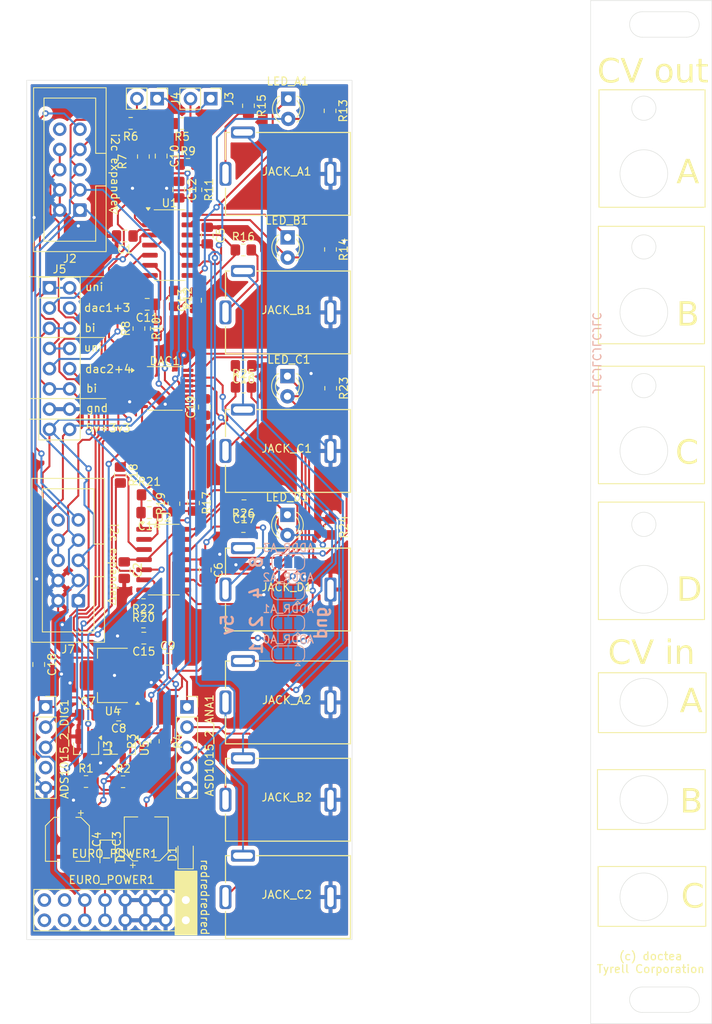
<source format=kicad_pcb>
(kicad_pcb (version 20240108) (generator "pcbnew") (generator_version "8.0")
  (layers (0 "F.Cu" signal) (31 "B.Cu" signal) (34 "B.Paste" user) (35 "F.Paste" user) (36 "B.SilkS" user "B.Silkscreen") (37 "F.SilkS" user "F.Silkscreen") (38 "B.Mask" user) (39 "F.Mask" user) (44 "Edge.Cuts" user))
  (net 0 "")
  (net 1 "-12V")
  (net 2 "12V")
  (net 3 "5V")
  (net 4 "i2c SDA")
  (net 5 "i2c SCL")
  (net 6 "Net-(D1-K)")
  (net 7 "Net-(D2-A)")
  (net 12 "DAC output 2")
  (net 13 "DAC output 1")
  (net 14 "Net-(J3-Pin_2)")
  (net 15 "Net-(J4-Pin_2)")
  (net 16 "DAC output 4")
  (net 17 "DAC output 3")
  (net 18 "3.3V")
  (net 19 "5v reference")
  (net 20 "3.3v reference")
  (net 21 "Net-(C10-Pad2)")
  (net 22 "Net-(C11-Pad2)")
  (net 23 "Net-(U1A--)")
  (net 24 "Net-(C14-Pad2)")
  (net 25 "Net-(C15-Pad2)")
  (net 26 "Net-(U2D-+)")
  (net 27 "Net-(ADDR_A0-Pin_2)")
  (net 28 "Net-(ADDR_A2-Pin_2)")
  (net 29 "Net-(ADDR_A3-Pin_2)")
  (net 30 "Net-(ADDR_A1-Pin_2)")
  (net 31 "+5V from Host")
  (net 32 "CV GND")
  (net 33 "Out D LED Return Backboard")
  (net 34 "Out C LED Return Backboard")
  (net 35 "Out A LED Return Backboard")
  (net 36 "Out B LED Return Backboard")
  (net 37 "Output Backboard A")
  (net 38 "Output Backboard D")
  (net 39 "Out C LED Backboard")
  (net 40 "Output Backboard B")
  (net 41 "Out D LED Backboard")
  (net 42 "Output Backboard C")
  (net 43 "Out B LED Backboard")
  (net 44 "Out A LED Backboard")
  (net 45 "1.65v reference")
  (net 49 "DAC 2 Bias")
  (net 50 "DAC 3 Bias")
  (net 51 "DAC 4 Bias")
  (net 52 "DAC 1 Bias")
  (net 53 "ADS 2 Interrupt")
  (net 54 "Input Frontboard B")
  (net 55 "Input Frontboard A")
  (net 56 "Input Frontboard C")
  (net 57 "Normal A")
  (net 58 "Normal B")
  (net 59 "Normal C")
  (net 60 "Net-(U2A--)")
  (net 61 "Net-(U1D-+)")
  (net 62 "Net-(U1B--)")
  (net 63 "Net-(U1C-+)")
  (net 64 "Net-(U2B--)")
  (net 65 "Net-(U2C-+)")
  (net 66 "Net-(J2-Pin_9)")
  (net 67 "Net-(J2-Pin_10)")
  (footprint "Kicad_Akiyuki_Footprint:PJ302M" (layer "F.Cu") (at 170.4466 52.016966 180)
    (property "Reference" "JACK_B1")
    (property "Value" "PJ302M")
  )
  (footprint "Resistor_SMD:R_0805_2012Metric_Pad1.20x1.40mm_HandSolder" (layer "F.Cu") (at 148.336 50.2572 -90)
    (property "Reference" "R12")
    (property "Value" "220")
  )
  (footprint "Capacitor_SMD:C_0805_2012Metric_Pad1.18x1.45mm_HandSolder" (layer "F.Cu") (at 144.9031 51.0032 180)
    (property "Reference" "C11")
    (property "Value" "22pF")
  )
  (footprint "Resistor_SMD:R_0805_2012Metric_Pad1.20x1.40mm_HandSolder" (layer "F.Cu") (at 150.7236 75.962 -90)
    (property "Reference" "R17")
    (property "Value" "1K")
  )
  (footprint "Resistor_SMD:R_0805_2012Metric_Pad1.20x1.40mm_HandSolder" (layer "F.Cu") (at 156.988 44.1706)
    (property "Reference" "R16")
    (property "Value" "47")
  )
  (footprint "Capacitor_SMD:C_0805_2012Metric_Pad1.18x1.45mm_HandSolder" (layer "F.Cu") (at 137.4394 102.5652)
    (property "Reference" "C7")
    (property "Value" "100nF")
  )
  (footprint "Diode_SMD:D_0805_2012Metric_Pad1.15x1.40mm_HandSolder" (layer "F.Cu") (at 139.9286 120.1584 -90)
    (property "Reference" "D2")
    (property "Value" "1N5817")
  )
  (footprint "Capacitor_SMD:C_0805_2012Metric_Pad1.18x1.45mm_HandSolder" (layer "F.Cu") (at 152.0952 63.9064 90)
    (property "Reference" "C19")
    (property "Value" "100nF")
  )
  (footprint "Package_SO:TSSOP-16_4.4x5mm_P0.65mm" (layer "F.Cu") (at 147.1168 61.5696)
    (property "Reference" "DAC1")
    (property "Value" "DAC8574IPWG4")
  )
  (footprint "Capacitor_SMD:C_0805_2012Metric_Pad1.18x1.45mm_HandSolder" (layer "F.Cu") (at 144.4791 92.932 180)
    (property "Reference" "C15")
    (property "Value" "22pF")
  )
  (footprint "Resistor_SMD:R_0805_2012Metric_Pad1.20x1.40mm_HandSolder" (layer "F.Cu") (at 141.8684 110.9726)
    (property "Reference" "R2")
    (property "Value" "560")
  )
  (footprint "Resistor_SMD:R_0805_2012Metric_Pad1.20x1.40mm_HandSolder" (layer "F.Cu") (at 157.6324 26.0604 -90)
    (property "Reference" "R15")
    (property "Value" "47")
  )
  (footprint "Resistor_SMD:R_0805_2012Metric_Pad1.20x1.40mm_HandSolder" (layer "F.Cu") (at 147.1422 105.8832 -90)
    (property "Reference" "R4")
    (property "Value" "150r")
  )
  (footprint "Kicad_Akiyuki_Footprint:PJ302M" (layer "F.Cu") (at 170.4466 113.2332 180)
    (property "Reference" "JACK_B2")
    (property "Value" "PJ302M")
  )
  (footprint "Connector_PinHeader_2.54mm:PinHeader_2x08_P2.54mm_Vertical" (layer "F.Cu") (at 132.6134 48.927749)
    (property "Reference" "J5")
    (property "Value" "Conn_02x08_Counter_Clockwise")
  )
  (footprint "Connector_PinHeader_2.54mm:PinHeader_1x02_P2.54mm_Vertical" (layer "F.Cu") (at 152.8826 25.1714 -90)
    (property "Reference" "J3")
    (property "Value" "SDA pullup")
  )
  (footprint "Capacitor_SMD:C_0805_2012Metric_Pad1.18x1.45mm_HandSolder" (layer "F.Cu") (at 146.6596 32.3811 -90)
    (property "Reference" "C10")
    (property "Value" "22pF")
  )
  (footprint "Capacitor_SMD:CP_Elec_5x5.7" (layer "F.Cu") (at 134.874 118.2026 -90)
    (property "Reference" "C4")
    (property "Value" "10uF")
  )
  (footprint "Connector_PinSocket_2.54mm:PinSocket_1x05_P2.54mm_Vertical" (layer "F.Cu") (at 132.1308 101.5746)
    (property "Reference" "ADS1015_2_DIG1")
    (property "Value" "ADS1015 digital side")
  )
  (footprint "LED_THT:LED_D3.0mm" (layer "F.Cu") (at 162.56 42.5958 -90)
    (property "Reference" "LED_B1")
    (property "Value" "LED_Dual_Bidirectional")
  )
  (footprint "Package_TO_SOT_SMD:SOT-223" (layer "F.Cu") (at 140.5636 97.6122 180)
    (property "Reference" "U4")
    (property "Value" "LD1117S33TR_SOT223")
  )
  (footprint "Resistor_SMD:R_0805_2012Metric_Pad1.20x1.40mm_HandSolder" (layer "F.Cu") (at 167.9702 78.9686 -90)
    (property "Reference" "R24")
    (property "Value" "1K")
  )
  (footprint "Resistor_SMD:R_0805_2012Metric_Pad1.20x1.40mm_HandSolder" (layer "F.Cu") (at 146.05 54.0352 -90)
    (property "Reference" "R10")
    (property "Value" "2.2k")
  )
  (footprint "Resistor_SMD:R_0805_2012Metric_Pad1.20x1.40mm_HandSolder" (layer "F.Cu") (at 144.4244 90.9066)
    (property "Reference" "R22")
    (property "Value" "220")
  )
  (footprint "Kicad_Akiyuki_Footprint:PJ302M" (layer "F.Cu") (at 170.4466 125.4582 180)
    (property "Reference" "JACK_C2")
    (property "Value" "PJ302M")
  )
  (footprint "Package_SO:SOIC-14_3.9x8.7mm_P1.27mm" (layer "F.Cu") (at 147.7264 43.5623)
    (property "Reference" "U1")
    (property "Value" "TL074")
  )
  (footprint "Kicad_Akiyuki_Footprint:PJ302M" (layer "F.Cu") (at 170.4466 69.420732 180)
    (property "Reference" "JACK_C1")
    (property "Value" "PJ302M")
  )
  (footprint "Resistor_SMD:R_0805_2012Metric_Pad1.20x1.40mm_HandSolder" (layer "F.Cu") (at 145.1864 74.93)
    (property "Reference" "R21")
    (property "Value" "220")
  )
  (footprint "Connector_IDC:IDC-Header_2x05_P2.54mm_Vertical" (layer "F.Cu") (at 136.2456 88.2396 180)
    (property "Reference" "J7")
    (property "Value" "Conn_02x05_Odd_Even")
  )
  (footprint "Kicad_Akiyuki_Footprint:PJ302M" (layer "F.Cu") (at 170.4466 86.8245 180)
    (property "Reference" "JACK_D1")
    (property "Value" "PJ302M")
  )
  (footprint "Capacitor_SMD:C_0805_2012Metric_Pad1.18x1.45mm_HandSolder" (layer "F.Cu") (at 150.9776 50.4952 90)
    (property "Reference" "C13")
    (property "Value" "100nF")
  )
  (footprint "Capacitor_SMD:C_0805_2012Metric_Pad1.18x1.45mm_HandSolder" (layer "F.Cu") (at 157.0736 76.3016 180)
    (property "Reference" "C17")
    (property "Value" "100nF")
  )
  (footprint "Resistor_SMD:R_0805_2012Metric_Pad1.20x1.40mm_HandSolder" (layer "F.Cu") (at 156.9974 78.9178)
    (property "Reference" "R26")
    (property "Value" "47")
  )
  (footprint "Resistor_SMD:R_0805_2012Metric_Pad1.20x1.40mm_HandSolder" (layer "F.Cu") (at 151.0284 36.619 -90)
    (property "Reference" "R11")
    (property "Value" "220")
  )
  (footprint "Connector_PinHeader_2.54mm:PinHeader_1x02_P2.54mm_Vertical" (layer "F.Cu") (at 146.1516 25.1714 -90)
    (property "Reference" "J4")
    (property "Value" "SCL pullup")
  )
  (footprint "Kicad_Akiyuki_Footprint:PJ302M" (layer "F.Cu") (at 170.4466 101.0082 180)
    (property "Reference" "JACK_A2")
    (property "Value" "PJ302M")
  )
  (footprint "Resistor_SMD:R_0805_2012Metric_Pad1.20x1.40mm_HandSolder" (layer "F.Cu") (at 167.9702 61.5442 -90)
    (property "Reference" "R23")
    (property "Value" "1K")
  )
  (footprint "Resistor_SMD:R_0805_2012Metric_Pad1.20x1.40mm_HandSolder" (layer "F.Cu") (at 167.9448 44.1104 -90)
    (property "Reference" "R14")
    (property "Value" "1K")
  )
  (footprint "Resistor_SMD:R_0805_2012Metric_Pad1.20x1.40mm_HandSolder" (layer "F.Cu") (at 137.2108 110.9472)
    (property "Reference" "R1")
    (property "Value" "10k")
  )
  (footprint "Capacitor_SMD:C_0805_2012Metric_Pad1.18x1.45mm_HandSolder" (layer "F.Cu") (at 142.0179 84.3913 -90)
    (property "Reference" "C2")
    (property "Value" "100nF")
  )
  (footprint "LED_THT:LED_D3.0mm" (layer "F.Cu") (at 162.5346 60.0202 -90)
    (property "Reference" "LED_C1")
    (property "Value" "LED_Dual_Bidirectional")
  )
  (footprint "Capacitor_SMD:C_0805_2012Metric_Pad1.18x1.45mm_HandSolder" (layer "F.Cu") (at 145.1649 77.1652 180)
    (property "Reference" "C14")
    (property "Value" "22pF")
  )
  (footprint "Capacitor_SMD:C_0805_2012Metric_Pad1.18x1.45mm_HandSolder" (layer "F.Cu") (at 147.4873 95.5848)
    (property "Reference" "C9")
    (property "Value" "100nF")
  )
  (footprint "Resistor_SMD:R_0805_2012Metric_Pad1.20x1.40mm_HandSolder" (layer "F.Cu") (at 148.2637 76.0476 90)
    (property "Reference" "R19")
    (property "Value" "2.2k")
  )
  (footprint "Capacitor_SMD:C_0805_2012Metric_Pad1.18x1.45mm_HandSolder" (layer "F.Cu") (at 152.2003 84.3698 -90)
    (property "Reference" "C6")
    (property "Value" "100nF")
  )
  (footprint "Capacitor_SMD:C_0805_2012Metric_Pad1.18x1.45mm_HandSolder" (layer "F.Cu") (at 157.0228 58.7248 180)
    (property "Reference" "C16")
    (property "Value" "100nF")
  )
  (footprint "Capacitor_SMD:C_0805_2012Metric_Pad1.18x1.45mm_HandSolder" (layer "F.Cu") (at 152.4508 42.3672 -90)
    (property "Reference" "C5")
    (property "Value" "100nF")
  )
  (footprint "Resistor_SMD:R_0805_2012Metric_Pad1.20x1.40mm_HandSolder" (layer "F.Cu") (at 142.8242 28.2702 180)
    (property "Reference" "R6")
    (property "Value" "10k")
  )
  (footprint "Diode_SMD:D_0805_2012Metric_Pad1.15x1.40mm_HandSolder" (layer "F.Cu") (at 149.733 120.0568 90)
    (property "Reference" "D1")
    (property "Value" "1N5817")
  )
  (footprint "Capacitor_SMD:C_0805_2012Metric_Pad1.18x1.45mm_HandSolder" (layer "F.Cu") (at 141.3217 102.5906 180)
    (property "Reference" "C8")
    (property "Value" "10uF")
  )
  (footprint "Capacitor_SMD:C_0805_2012Metric_Pad1.18x1.45mm_HandSolder" (layer "F.Cu") (at 148.8694 36.5936 -90)
    (property "Reference" "C12")
    (property "Value" "100nF")
  )
  (footprint "Package_TO_SOT_SMD:SOT-23_Handsoldering" (layer "F.Cu") (at 137.226 106.783 -90)
    (property "Reference" "U3")
    (property "Value" "LM4040DBZ-5")
  )
  (footprint "Kicad_Akiyuki_Footprint:PJ302M" (layer "F.Cu") (at 170.4466 34.6132 180)
    (property "Reference" "JACK_A1")
    (property "Value" "PJ302M")
  )
  (footprint "Resistor_SMD:R_0805_2012Metric_Pad1.20x1.40mm_HandSolder" (layer "F.Cu") (at 144.4244 32.4358 90)
    (property "Reference" "R7")
    (property "Value" "1K")
  )
  (footprint "Resistor_SMD:R_0805_2012Metric_Pad1.20x1.40mm_HandSolder" (layer "F.Cu") (at 143.8656 54.0446 90)
    (property "Reference" "R8")
    (property "Value" "1K")
  )
  (footprint "Capacitor_SMD:CP_Elec_5x5.7" (layer "F.Cu") (at 144.78 118.1518 90)
    (property "Reference" "C3")
    (property "Value" "10uF")
  )
  (footprint "Resistor_SMD:R_0805_2012Metric_Pad1.20x1.40mm_HandSolder" (layer "F.Cu") (at 141.5288 72.4408 -90)
    (property "Reference" "R18")
    (property "Value" "1K")
  )
  (footprint "Resistor_SMD:R_0805_2012Metric_Pad1.20x1.40mm_HandSolder" (layer "F.Cu") (at 144.6276 105.8926 90)
    (property "Reference" "R3")
    (property "Value" "150r")
  )
  (footprint "Resistor_SMD:R_0805_2012Metric_Pad1.20x1.40mm_HandSolder" (layer "F.Cu") (at 167.894 26.6954 -90)
    (property "Reference" "R13")
    (property "Value" "1K")
  )
  (footprint "Connector_PinHeader_2.54mm:PinHeader_2x08_P2.54mm_Vertical" (layer "F.Cu") (at 149.7584 125.8316 -90)
    (property "Reference" "EURO_POWER1")
    (property "Value" "Conn_02x08_Odd_Even")
  )
  (footprint "Capacitor_SMD:C_0805_2012Metric_Pad1.18x1.45mm_HandSolder" (layer "F.Cu") (at 131.2672 96.2445 -90)
    (property "Reference" "C18")
    (property "Value" "100nF")
  )
  (footprint "Connector_PinSocket_2.54mm:PinSocket_1x05_P2.54mm_Vertical" (layer "F.Cu") (at 149.9108 101.5746)
    (property "Reference" "ASD1015_2_ANA1")
    (property "Value" "ADS1015 analog side")
  )
  (footprint "LED_THT:LED_D3.0mm" (layer "F.Cu") (at 162.6362 25.1714 -90)
    (property "Reference" "LED_A1")
    (property "Value" "LED_Dual_Bidirectional")
  )
  (footprint "LED_THT:LED_D3.0mm" (layer "F.Cu") (at 162.5346 77.4446 -90)
    (property "Reference" "LED_D1")
    (property "Value" "LED_Dual_Bidirectional")
  )
  (footprint "Resistor_SMD:R_0805_2012Metric_Pad1.20x1.40mm_HandSolder" (layer "F.Cu") (at 149.2852 28.2956 180)
    (property "Reference" "R5")
    (property "Value" "10k")
  )
  (footprint "Package_TO_SOT_SMD:SOT-23_Handsoldering" (layer "F.Cu") (at 141.8336 106.7562 -90)
    (property "Reference" "U5")
    (property "Value" "LM4040DBZ-33")
  )
  (footprint "Package_SO:SOIC-14_3.9x8.7mm_P1.27mm" (layer "F.Cu") (at 146.9821 83.0705)
    (property "Reference" "U2")
    (property "Value" "TL074")
  )
  (footprint "Resistor_SMD:R_0805_2012Metric_Pad1.20x1.40mm_HandSolder" (layer "F.Cu") (at 157.0068 61.3918)
    (property "Reference" "R25")
    (property "Value" "47")
  )
  (footprint "Capacitor_SMD:C_0805_2012Metric_Pad1.18x1.45mm_HandSolder" (layer "F.Cu") (at 142.0876 42.418 180)
    (property "Reference" "C1")
    (property "Value" "100nF")
  )
  (footprint "Resistor_SMD:R_0805_2012Metric_Pad1.20x1.40mm_HandSolder" (layer "F.Cu") (at 150.0378 33.4186)
    (property "Reference" "R9")
    (property "Value" "2.2k")
  )
  (footprint "Resistor_SMD:R_0805_2012Metric_Pad1.20x1.40mm_HandSolder" (layer "F.Cu") (at 144.4404 88.7222 180)
    (property "Reference" "R20")
    (property "Value" "2.2k")
  )
  (footprint "Connector_IDC:IDC-Header_2x05_P2.54mm_Vertical" (layer "F.Cu") (at 136.4488 39.1668 180)
    (property "Reference" "J2")
    (property "Value" "Conn_02x05_Odd_Even")
  )
  (footprint "Jumper:SolderJumper-3_P1.3mm_Open_RoundedPad1.0x1.5mm" (layer "B.Cu") (at 162.6362 83.3882 180)
    (property "Reference" "ADDR_A3")
    (property "Value" "Conn_01x03_Pin")
  )
  (footprint "Jumper:SolderJumper-3_P1.3mm_Open_RoundedPad1.0x1.5mm" (layer "B.Cu") (at 162.6316 91.059 180)
    (property "Reference" "ADDR_A1")
    (property "Value" "Conn_01x03_Pin")
  )
  (footprint "Jumper:SolderJumper-3_P1.3mm_Open_RoundedPad1.0x1.5mm" (layer "B.Cu") (at 162.6362 94.8944 180)
    (property "Reference" "ADDR_A0")
    (property "Value" "Conn_01x03_Pin")
  )
  (footprint "Jumper:SolderJumper-3_P1.3mm_Open_RoundedPad1.0x1.5mm" (layer "B.Cu") (at 162.6316 87.0966 180)
    (property "Reference" "ADDR_A2")
    (property "Value" "Conn_01x03_Pin")
  )
  (gr_rect (start 201.5109 109.4486) (end 215.0491 116.967) (stroke (width 0.12)) (fill none) (layer "F.SilkS"))
  (gr_rect (start 201.6252 97.282) (end 215.1634 104.8004) (stroke (width 0.12)) (fill none) (layer "F.SilkS"))
  (gr_line (start 136.4488 55.1688) (end 130.2512 55.1688) (stroke (width 0.12)) (layer "F.SilkS"))
  (gr_rect (start 148.4122 122.1994) (end 151.1554 130.2004) (stroke (width 0.12)) (fill solid) (layer "F.SilkS"))
  (gr_rect (start 201.6252 58.7756) (end 214.9602 73.533) (stroke (width 0.12)) (fill none) (layer "F.SilkS"))
  (gr_line (start 136.4488 62.8396) (end 130.2258 62.8396) (stroke (width 0.12)) (layer "F.SilkS"))
  (gr_rect (start 201.6252 75.8444) (end 214.9602 90.6018) (stroke (width 0.12)) (fill none) (layer "F.SilkS"))
  (gr_line (start 136.4488 62.8396) (end 139.7 62.8396) (stroke (width 0.12)) (layer "F.SilkS"))
  (gr_line (start 139.573 55.1688) (end 136.4488 55.1688) (stroke (width 0.12)) (layer "F.SilkS"))
  (gr_rect (start 201.5871 121.6152) (end 215.1253 129.1336) (stroke (width 0.12)) (fill none) (layer "F.SilkS"))
  (gr_line (start 139.446 47.5234) (end 130.1242 47.5234) (stroke (width 0.12)) (layer "F.SilkS"))
  (gr_line (start 139.6746 65.3796) (end 130.1496 65.4304) (stroke (width 0.12)) (layer "F.SilkS"))
  (gr_rect (start 201.6252 41.1988) (end 214.9602 55.9562) (stroke (width 0.12)) (fill none) (layer "F.SilkS"))
  (gr_rect (start 201.7014 24.0538) (end 215.0364 38.8112) (stroke (width 0.12)) (fill none) (layer "F.SilkS"))
  (gr_circle (center 207.3402 69.395564) (end 210.3402 69.395564) (stroke (width 0.05)) (fill none) (layer "Edge.Cuts"))
  (gr_line (start 207.15 139.95) (end 212.725 139.95) (stroke (width 0.05)) (layer "Edge.Cuts"))
  (gr_line (start 200.65 141.35) (end 215.89 141.35) (stroke (width 0.05)) (layer "Edge.Cuts"))
  (gr_circle (center 207.3402 125.432898) (end 210.3402 125.432898) (stroke (width 0.05)) (fill none) (layer "Edge.Cuts"))
  (gr_circle (center 207.3402 113.207798) (end 210.3402 113.207798) (stroke (width 0.05)) (fill none) (layer "Edge.Cuts"))
  (gr_line (start 212.725 136.75) (end 207.15 136.75) (stroke (width 0.05)) (layer "Edge.Cuts"))
  (gr_arc (start 212.6998 14.2496) (mid 214.2998 15.8496) (end 212.6998 17.4496) (stroke (width 0.05)) (layer "Edge.Cuts"))
  (gr_rect (start 129.7566 22.852942) (end 170.6566 130.802942) (stroke (width 0.05)) (fill none) (layer "Edge.Cuts"))
  (gr_line (start 200.65 12.85) (end 200.65 141.35) (stroke (width 0.05)) (layer "Edge.Cuts"))
  (gr_arc (start 207.15 17.45) (mid 205.55 15.85) (end 207.15 14.25) (stroke (width 0.05)) (layer "Edge.Cuts"))
  (gr_circle (center 207.3402 43.791295) (end 208.7118 44.451695) (stroke (width 0.05)) (fill none) (layer "Edge.Cuts"))
  (gr_circle (center 207.3402 86.798498) (end 210.3402 86.798498) (stroke (width 0.05)) (fill none) (layer "Edge.Cuts"))
  (gr_circle (center 207.3402 26.366997) (end 208.7118 27.027397) (stroke (width 0.05)) (fill none) (layer "Edge.Cuts"))
  (gr_line (start 207.15 17.45) (end 212.6998 17.4496) (stroke (width 0.05)) (layer "Edge.Cuts"))
  (gr_circle (center 207.3402 51.991631) (end 210.3402 51.991631) (stroke (width 0.05)) (fill none) (layer "Edge.Cuts"))
  (gr_circle (center 207.3402 100.982698) (end 210.3402 100.982698) (stroke (width 0.05)) (fill none) (layer "Edge.Cuts"))
  (gr_line (start 215.89 12.85) (end 200.65 12.85) (stroke (width 0.05)) (layer "Edge.Cuts"))
  (gr_arc (start 212.725 136.75) (mid 214.325 138.35) (end 212.725 139.95) (stroke (width 0.05)) (layer "Edge.Cuts"))
  (gr_circle (center 207.3402 34.587698) (end 210.3402 34.587698) (stroke (width 0.05)) (fill none) (layer "Edge.Cuts"))
  (gr_line (start 215.89 141.35) (end 215.89 12.85) (stroke (width 0.05)) (layer "Edge.Cuts"))
  (gr_circle (center 207.3402 78.639892) (end 208.7118 79.300292) (stroke (width 0.05)) (fill none) (layer "Edge.Cuts"))
  (gr_arc (start 207.15 139.95) (mid 205.55 138.35) (end 207.15 136.75) (stroke (width 0.05)) (layer "Edge.Cuts"))
  (gr_circle (center 207.3402 61.215593) (end 208.7118 61.875993) (stroke (width 0.05)) (fill none) (layer "Edge.Cuts"))
  (gr_line (start 212.6998 14.2496) (end 207.15 14.25) (stroke (width 0.05)) (layer "Edge.Cuts"))
  (gr_text "JLCJLCJLCJLC" (at 200.8124 62.3824 -90) (layer "B.SilkS") (effects (font (size 1 1)) (justify left bottom mirror)))
  (gr_text "8" (at 159.512 82.4738 90) (layer "B.SilkS") (effects (font (size 1.5 1.5) (thickness 0.3) (bold yes)) (justify left bottom mirror)))
  (gr_text "2" (at 159.512 89.9414 90) (layer "B.SilkS") (effects (font (size 1.5 1.5) (thickness 0.3) (bold yes)) (justify left bottom mirror)))
  (gr_text "5v" (at 155.8544 89.789 90) (layer "B.SilkS") (effects (font (size 1.5 1.5) (thickness 0.3) (bold yes)) (justify left bottom mirror)))
  (gr_text "1" (at 159.512 93.3196 90) (layer "B.SilkS") (effects (font (size 1.5 1.5) (thickness 0.3) (bold yes)) (justify left bottom mirror)))
  (gr_text "4" (at 159.512 86.3346 90) (layer "B.SilkS") (effects (font (size 1.5 1.5) (thickness 0.3) (bold yes)) (justify left bottom mirror)))
  (gr_text "gnd" (at 167.5892 88.7984 90) (layer "B.SilkS") (effects (font (size 1.5 1.5) (thickness 0.3) (bold yes)) (justify left bottom mirror)))
  (gr_text "bi" (at 136.9314 54.5592 0) (layer "F.SilkS") (effects (font (size 1 1)) (justify left bottom)))
  (gr_text "uni" (at 136.8552 56.9976 0) (layer "F.SilkS") (effects (font (size 1 1)) (justify left bottom)))
  (gr_text "5v+3v3" (at 137.0838 67.1322 0) (layer "F.SilkS") (effects (font (size 1 1)) (justify left bottom)))
  (gr_text "D" (at 211.4296 88.7476 0) (layer "F.SilkS") (effects (font (size 3 3)) (justify left bottom)))
  (gr_text "B" (at 211.4296 54.1782 0) (layer "F.SilkS") (effects (font (size 3 3)) (justify left bottom)))
  (gr_text "CV out\n" (at 201.4728 23.6364 0) (layer "F.SilkS") (effects (font (size 3 3)) (justify left bottom)))
  (gr_text "dac1+3\n" (at 136.8806 52.0192 0) (layer "F.SilkS") (effects (font (size 1 1)) (justify left bottom)))
  (gr_text "CV in\n" (at 202.819 96.6724 0) (layer "F.SilkS") (effects (font (size 3 3)) (justify left bottom)))
  (gr_text "B" (at 211.8614 115.3414 0) (layer "F.SilkS") (effects (font (size 3 3)) (justify left bottom)))
  (gr_text "i2c expander" (at 140.1572 78.4352 -90) (layer "F.SilkS") (effects (font (size 1 1)) (justify left bottom)))
  (gr_text "C" (at 211.3026 71.5264 0) (layer "F.SilkS") (effects (font (size 3 3)) (justify left bottom)))
  (gr_text "A" (at 211.4296 36.2966 0) (layer "F.SilkS") (effects (font (size 3 3)) (justify left bottom)))
  (gr_text "(c) doctea\nTyrell Corporation" (at 208.2038 135.0772 0) (layer "F.SilkS") (effects (font (size 1 1)) (justify bottom)))
  (gr_text "C" (at 212.0138 127.2794 0) (layer "F.SilkS") (effects (font (size 3 3)) (justify left bottom)))
  (gr_text "i2c expander" (at 140.2842 29.4386 -90) (layer "F.SilkS") (effects (font (size 1 1)) (justify left bottom)))
  (gr_text "uni" (at 137.0076 49.403 0) (layer "F.SilkS") (effects (font (size 1 1)) (justify left bottom)))
  (gr_text "bi" (at 137.1346 62.1538 0) (layer "F.SilkS") (effects (font (size 1 1)) (justify left bottom)))
  (gr_text "redredredred" (at 151.5618 120.6246 -90) (layer "F.SilkS") (effects (font (size 1 1)) (justify left bottom)))
  (gr_text "gnd" (at 137.16 64.6176 0) (layer "F.SilkS") (effects (font (size 1 1)) (justify left bottom)))
  (gr_text "A" (at 211.8614 102.743 0) (layer "F.SilkS") (effects (font (size 3 3)) (justify left bottom)))
  (gr_text "dac2+4\n" (at 137.0076 59.7154 0) (layer "F.SilkS") (effects (font (size 1 1)) (justify left bottom)))
  (segment (start 144.78 115.9518) (end 147.86 119.0318) (width 0.25) (layer "F.Cu") (net 1))
  (segment (start 152.3492 80.8736) (end 152.2003 81.0225) (width 0.25) (layer "F.Cu") (net 1))
  (segment (start 148.482101 83.0705) (end 148.1571 83.395501) (width 0.25) (layer "F.Cu") (net 1))
  (segment (start 148.1571 83.395501) (end 148.1571 93.4101) (width 0.25) (layer "F.Cu") (net 1))
  (segment (start 147.537808 97.742729) (end 148.503973 98.708894) (width 0.25) (layer "F.Cu") (net 1))
  (segment (start 144.8308 113.2332) (end 144.8308 113.5888) (width 0.25) (layer "F.Cu") (net 1))
  (segment (start 149.4571 83.0705) (end 148.482101 83.0705) (width 0.25) (layer "F.Cu") (net 1))
  (segment (start 152.2003 83.3323) (end 151.926 83.058) (width 0.25) (layer "F.Cu") (net 1))
  (segment (start 153.416 45.1612) (end 153.416 44.3699) (width 0.25) (layer "F.Cu") (net 1))
  (segment (start 144.78 113.6396) (end 144.78 115.9518) (width 0.25) (layer "F.Cu") (net 1))
  (segment (start 147.537808 94.029392) (end 147.537808 97.742729) (width 0.25) (layer "F.Cu") (net 1))
  (segment (start 148.1571 93.4101) (end 147.537808 94.029392) (width 0.25) (layer "F.Cu") (net 1))
  (segment (start 150.2014 43.5623) (end 151.8171 43.5623) (width 0.25) (layer "F.Cu") (net 1))
  (segment (start 151.926 83.058) (end 149.4696 83.058) (width 0.25) (layer "F.Cu") (net 1))
  (segment (start 147.86 119.0318) (end 149.733 119.0318) (width 0.25) (layer "F.Cu") (net 1))
  (segment (start 153.416 44.3699) (end 152.4508 43.4047) (width 0.25) (layer "F.Cu") (net 1))
  (segment (start 152.2003 81.0225) (end 152.2003 83.3323) (width 0.25) (layer "F.Cu") (net 1))
  (segment (start 144.8308 113.5888) (end 144.78 113.6396) (width 0.25) (layer "F.Cu") (net 1))
  (segment (start 149.4696 83.058) (end 149.4571 83.0705) (width 0.25) (layer "F.Cu") (net 1))
  (via (at 153.416 45.1612) (size 0.8) (drill 0.4) (layers "F.Cu" "B.Cu") (net 1))
  (via (at 152.3492 80.8736) (size 0.8) (drill 0.4) (layers "F.Cu" "B.Cu") (net 1))
  (via (at 144.8308 113.2332) (size 0.8) (drill 0.4) (layers "F.Cu" "B.Cu") (net 1))
  (via (at 148.503973 98.708894) (size 0.8) (drill 0.4) (layers "F.Cu" "B.Cu") (net 1))
  (segment (start 148.503973 109.560027) (end 148.503973 98.708894) (width 0.25) (layer "B.Cu") (net 1))
  (segment (start 153.416 79.8068) (end 152.3492 80.8736) (width 0.25) (layer "B.Cu") (net 1))
  (segment (start 144.8308 113.2332) (end 148.503973 109.560027) (width 0.25) (layer "B.Cu") (net 1))
  (segment (start 153.416 45.1612) (end 153.416 79.8068) (width 0.25) (layer "B.Cu") (net 1))
  (segment (start 143.9514 38.724467) (end 143.9514 40.103208) (width 0.25) (layer "F.Cu") (net 2))
  (segment (start 140.8684 110.9726) (end 139.818 109.9222) (width 0.25) (layer "F.Cu") (net 2))
  (segment (start 144.888008 83.0705) (end 148.1571 79.801408) (width 0.25) (layer "F.Cu") (net 2))
  (segment (start 146.6596 40.7416) (end 146.6596 41.5544) (width 0.25) (layer "F.Cu") (net 2))
  (segment (start 146.3153 40.3973) (end 146.6596 40.7416) (width 0.25) (layer "F.Cu") (net 2))
  (segment (start 147.141391 35.651509) (end 147.024358 35.651509) (width 0.25) (layer "F.Cu") (net 2))
  (segment (start 146.6596 41.5544) (end 146.6596 43.129099) (width 0.25) (layer "F.Cu") (net 2))
  (segment (start 148.936292 78.1304) (end 149.9688 78.1304) (width 0.25) (layer "F.Cu") (net 2))
  (segment (start 136.6258 116.0026) (end 139.369806 113.258594) (width 0.25) (layer "F.Cu") (net 2))
  (segment (start 139.9286 119.1334) (end 138.0048 119.1334) (width 0.25) (layer "F.Cu") (net 2))
  (segment (start 143.8958 41.6473) (end 143.1251 42.418) (width 0.25) (layer "F.Cu") (net 2))
  (segment (start 144.5071 83.0705) (end 142.3012 83.0705) (width 0.25) (layer "F.Cu") (net 2))
  (segment (start 146.6596 41.5544) (end 146.5667 41.6473) (width 0.25) (layer "F.Cu") (net 2))
  (segment (start 147.024358 35.651509) (end 143.9514 38.724467) (width 0.25) (layer "F.Cu") (net 2))
  (segment (start 134.874 116.0026) (end 136.6258 116.0026) (width 0.25) (layer "F.Cu") (net 2))
  (segment (start 149.9688 34.544) (end 148.2489 34.544) (width 0.25) (layer "F.Cu") (net 2))
  (segment (start 148.1571 79.801408) (end 148.1571 78.909592) (width 0.25) (layer "F.Cu") (net 2))
  (segment (start 143.9514 40.103208) (end 144.245492 40.3973) (width 0.25) (layer "F.Cu") (net 2))
  (segment (start 146.6596 43.129099) (end 146.226399 43.5623) (width 0.25) (layer "F.Cu") (net 2))
  (segment (start 148.2489 34.544) (end 147.141391 35.651509) (width 0.25) (layer "F.Cu") (net 2))
  (segment (start 148.1571 78.909592) (end 148.936292 78.1304) (width 0.25) (layer "F.Cu") (net 2))
  (segment (start 137.2358 109.9222) (end 136.2108 110.9472) (width 0.25) (layer "F.Cu") (net 2))
  (segment (start 144.245492 40.3973) (end 146.3153 40.3973) (width 0.25) (layer "F.Cu") (net 2))
  (segment (start 146.5667 41.6473) (end 143.8958 41.6473) (width 0.25) (layer "F.Cu") (net 2))
  (segment (start 139.369806 113.258594) (end 139.3952 113.258594) (width 0.25) (layer "F.Cu") (net 2))
  (segment (start 146.226399 43.5623) (end 145.2514 43.5623) (width 0.25) (layer "F.Cu") (net 2))
  (segment (start 139.818 109.9222) (end 137.2358 109.9222) (width 0.25) (layer "F.Cu") (net 2))
  (segment (start 139.446 110.8964) (end 140.7922 110.8964) (width 0.25) (layer "F.Cu") (net 2))
  (segment (start 138.0048 119.1334) (end 134.874 116.0026) (width 0.25) (layer "F.Cu") (net 2))
  (via (at 139.3952 113.258594) (size 0.8) (drill 0.4) (layers "F.Cu" "B.Cu") (net 2))
  (via (at 149.9688 78.1304) (size 0.8) (drill 0.4) (layers "F.Cu" "B.Cu") (net 2))
  (via (at 139.446 110.8964) (size 0.8) (drill 0.4) (layers "F.Cu" "B.Cu") (net 2))
  (via (at 149.9688 34.544) (size 0.8) (drill 0.4) (layers "F.Cu" "B.Cu") (net 2))
  (segment (start 149.9688 34.544) (end 149.9688 56.708584) (width 0.25) (layer "B.Cu") (net 2))
  (segment (start 139.446 110.8964) (end 139.446 113.207794) (width 0.25) (layer "B.Cu") (net 2))
  (segment (start 139.446 113.207794) (end 139.3952 113.258594) (width 0.25) (layer "B.Cu") (net 2))
  (segment (start 150.2924 57.032184) (end 150.2924 95.834996) (width 0.25) (layer "B.Cu") (net 2))
  (segment (start 149.9688 56.708584) (end 150.2924 57.032184) (width 0.25) (layer "B.Cu") (net 2))
  (segment (start 146.2662 104.0762) (end 139.446 110.8964) (width 0.25) (layer "B.Cu") (net 2))
  (segment (start 150.2924 95.834996) (end 146.2662 99.861196) (width 0.25) (layer "B.Cu") (net 2))
  (segment (start 146.2662 99.861196) (end 146.2662 104.0762) (width 0.25) (layer "B.Cu") (net 2))
  (segment (start 131.2672 100.711) (end 132.1308 101.5746) (width 0.25) (layer "F.Cu") (net 3))
  (segment (start 133.2308 101.5746) (end 134.425641 100.379759) (width 0.25) (layer "F.Cu") (net 3))
  (segment (start 144.2543 61.2446) (end 143.503404 61.2446) (width 0.25) (layer "F.Cu") (net 3))
  (segment (start 148.5248 97.028) (end 149.278973 97.782173) (width 0.25) (layer "F.Cu") (net 3))
  (segment (start 148.5248 97.028) (end 151.3332 97.028) (width 0.25) (layer "F.Cu") (net 3))
  (segment (start 141.9222 64.8078) (end 142.5956 65.4812) (width 0.25) (layer "F.Cu") (net 3))
  (segment (start 149.278973 99.02991) (end 148.868155 99.440728) (width 0.25) (layer "F.Cu") (net 3))
  (segment (start 137.0584 128.3716) (end 137.0584 125.8316) (width 0.25) (layer "F.Cu") (net 3))
  (segment (start 148.868155 99.440728) (end 147.704544 99.440728) (width 0.25) (layer "F.Cu") (net 3))
  (segment (start 151.3332 97.028) (end 155.448 92.9132) (width 0.25) (layer "F.Cu") (net 3))
  (segment (start 134.425641 100.379759) (end 134.425641 98.243384) (width 0.25) (layer "F.Cu") (net 3))
  (segment (start 138.4769 102.5652) (end 136.291459 100.379759) (width 0.25) (layer "F.Cu") (net 3))
  (segment (start 136.291459 100.379759) (end 134.425641 100.379759) (width 0.25) (layer "F.Cu") (net 3))
  (segment (start 149.278973 97.782173) (end 149.278973 99.02991) (width 0.25) (layer "F.Cu") (net 3))
  (segment (start 155.448 92.9132) (end 158.8262 92.9132) (width 0.25) (layer "F.Cu") (net 3))
  (segment (start 143.201016 94.9372) (end 138.135992 94.9372) (width 0.25) (layer "F.Cu") (net 3))
  (segment (start 135.231 90.161992) (end 135.978392 89.4146) (width 0.25) (layer "F.Cu") (net 3))
  (segment (start 131.757 94.013996) (end 131.757 72.201784) (width 0.25) (layer "F.Cu") (net 3))
  (segment (start 138.135992 94.9372) (end 135.231 92.032208) (width 0.25) (layer "F.Cu") (net 3))
  (segment (start 137.0907 89.4146) (end 137.5372 88.9681) (width 0.25) (layer "F.Cu") (net 3))
  (segment (start 132.6134 71.345384) (end 132.6134 66.707749) (width 0.25) (layer "F.Cu") (net 3))
  (segment (start 131.757 72.201784) (end 132.6134 71.345384) (width 0.25) (layer "F.Cu") (net 3))
  (segment (start 135.231 92.032208) (end 135.231 90.161992) (width 0.25) (layer "F.Cu") (net 3))
  (segment (start 149.9108 101.4554) (end 149.9108 101.5746) (width 0.25) (layer "F.Cu") (net 3))
  (segment (start 143.503404 61.2446) (end 141.9222 62.825804) (width 0.25) (layer "F.Cu") (net 3))
  (segment (start 143.7136 95.3122) (end 143.4224 95.3122) (width 0.25) (layer "F.Cu") (net 3))
  (segment (start 137.5372 88.9681) (end 137.5372 71.628) (width 0.25) (layer "F.Cu") (net 3))
  (segment (start 135.978392 89.4146) (end 137.0907 89.4146) (width 0.25) (layer "F.Cu") (net 3))
  (segment (start 147.704544 99.440728) (end 143.201016 94.9372) (width 0.25) (layer "F.Cu") (net 3))
  (segment (start 132.1308 101.5746) (end 133.2308 101.5746) (width 0.25) (layer "F.Cu") (net 3))
  (segment (start 149.9108 101.5746) (end 149.9108 98.414) (width 0.25) (layer "F.Cu") (net 3))
  (segment (start 148.5248 95.5848) (end 148.5248 97.028) (width 0.25) (layer "F.Cu") (net 3))
  (segment (start 134.425641 98.243384) (end 134.879625 97.7894) (width 0.25) (layer "F.Cu") (net 3))
  (segment (start 131.2672 97.282) (end 131.2672 100.711) (width 0.25) (layer "F.Cu") (net 3))
  (segment (start 134.879625 97.136621) (end 131.757 94.013996) (width 0.25) (layer "F.Cu") (net 3))
  (segment (start 134.879625 97.7894) (end 134.879625 97.136621) (width 0.25) (layer "F.Cu") (net 3))
  (segment (start 141.9222 62.825804) (end 141.9222 64.8078) (width 0.25) (layer "F.Cu") (net 3))
  (segment (start 149.9108 98.414) (end 148.5248 97.028) (width 0.25) (layer "F.Cu") (net 3))
  (via (at 142.5956 65.4812) (size 0.8) (drill 0.4) (layers "F.Cu" "B.Cu") (net 3))
  (via (at 158.8262 92.9132) (size 0.8) (drill 0.4) (layers "F.Cu" "B.Cu") (net 3))
  (via (at 137.5372 71.628) (size 0.8) (drill 0.4) (layers "F.Cu" "B.Cu") (net 3))
  (segment (start 137.533651 71.628) (end 137.5372 71.628) (width 0.25) (layer "B.Cu") (net 3))
  (segment (start 132.6134 66.707749) (end 133.839949 65.4812) (width 0.25) (layer "B.Cu") (net 3))
  (segment (start 133.3312 122.1044) (end 137.0584 125.8316) (width 0.25) (layer "B.Cu") (net 3))
  (segment (start 161.484 83.536) (end 161.484 86.9442) (width 0.25) (layer "B.Cu") (net 3))
  (segment (start 159.355 92.9132) (end 158.8262 92.9132) (width 0.25) (layer "B.Cu") (net 3))
  (segment (start 161.3316 91.059) (end 161.3316 87.0966) (width 0.25) (layer "B.Cu") (net 3))
  (segment (start 132.617501 107.8296) (end 132.618751 107.828351) (width 0.25) (layer "B.Cu") (net 3))
  (segment (start 132.6134 66.707749) (end 137.533651 71.628) (width 0.25) (layer "B.Cu") (net 3))
  (segment (start 130.8354 107.020901) (end 131.644099 107.8296) (width 0.25) (layer "B.Cu") (net 3))
  (segment (start 161.3362 94.8944) (end 159.355 92.9132) (width 0.25) (layer "B.Cu") (net 3))
  (segment (start 131.644099 107.8296) (end 132.617501 107.8296) (width 0.25) (layer "B.Cu") (net 3))
  (segment (start 132.1308 101.5746) (end 130.8354 102.87) (width 0.25) (layer "B.Cu") (net 3))
  (segment (start 161.3316 91.059) (end 161.3316 94.742) (width 0.25) (layer "B.Cu") (net 3))
  (segment (start 161.3362 83.3882) (end 161.484 83.536) (width 0.25) (layer "B.Cu") (net 3))
  (segment (start 130.8354 102.87) (end 130.8354 107.020901) (width 0.25) (layer "B.Cu") (net 3))
  (segment (start 132.618751 107.828351) (end 133.3312 108.5408) (width 0.25) (layer "B.Cu") (net 3))
  (segment (start 133.839949 65.4812) (end 142.5956 65.4812) (width 0.25) (layer "B.Cu") (net 3))
  (segment (start 133.3312 108.5408) (end 133.3312 122.1044) (width 0.25) (layer "B.Cu") (net 3))
  (segment (start 149.9793 62.5446) (end 149.139 62.5446) (width 0.25) (layer "F.Cu") (net 4))
  (segment (start 137.5156 30.48) (end 136.4488 31.5468) (width 0.25) (layer "F.Cu") (net 4))
  (segment (start 147.6852 28.2956) (end 145.5008 30.48) (width 0.25) (layer "F.Cu") (net 4))
  (segment (start 147.1298 60.5354) (end 147.1298 59.046214) (width 0.25) (layer "F.Cu") (net 4))
  (segment (start 145.5008 30.48) (end 137.5156 30.48) (width 0.25) (layer "F.Cu") (net 4))
  (segment (start 148.2852 28.2956) (end 147.6852 28.2956) (width 0.25) (layer "F.Cu") (net 4))
  (segment (start 149.139 62.5446) (end 147.1298 60.5354) (width 0.25) (layer "F.Cu") (net 4))
  (via (at 147.1298 59.046214) (size 0.8) (drill 0.4) (layers "F.Cu" "B.Cu") (net 4))
  (segment (start 134.072139 90.459738) (end 133.904984 90.459738) (width 0.25) (layer "B.Cu") (net 4))
  (segment (start 135.0706 81.7946) (end 136.2456 80.6196) (width 0.25) (layer "B.Cu") (net 4))
  (segment (start 130.8316 73.456816) (end 130.8316 43.905701) (width 0.25) (layer "B.Cu") (net 4))
  (segment (start 133.350304 102.895096) (end 132.1308 104.1146) (width 0.25) (layer "B.Cu") (net 4))
  (segment (start 135.1788 37.8968) (end 136.4488 36.6268) (width 0.25) (layer "B.Cu") (net 4))
  (segment (start 135.0264 79.4004) (end 135.0264 77.651616) (width 0.25) (layer "B.Cu") (net 4))
  (segment (start 135.1788 39.558501) (end 135.1788 37.8968) (width 0.25) (layer "B.Cu") (net 4))
  (segment (start 147.1298 44.436204) (end 147.1298 59.046214) (width 0.25) (layer "B.Cu") (net 4))
  (segment (start 136.2456 85.6996) (end 135.0706 84.5246) (width 0.25) (layer "B.Cu") (net 4))
  (segment (start 135.2738 35.4518) (end 135.2738 32.7218) (width 0.25) (layer "B.Cu") (net 4))
  (segment (start 134.8806 89.651277) (end 134.072139 90.459738) (width 0.25) (layer "B.Cu") (net 4))
  (segment (start 136.2456 80.6196) (end 135.0264 79.4004) (width 0.25) (layer "B.Cu") (net 4))
  (segment (start 136.4488 36.6268) (end 135.2738 35.4518) (width 0.25) (layer "B.Cu") (net 4))
  (segment (start 135.0264 77.651616) (end 130.8316 73.456816) (width 0.25) (layer "B.Cu") (net 4))
  (segment (start 135.0706 84.5246) (end 135.0706 81.7946) (width 0.25) (layer "B.Cu") (net 4))
  (segment (start 134.8806 87.0646) (end 134.8806 89.651277) (width 0.25) (layer "B.Cu") (net 4))
  (segment (start 130.8316 43.905701) (end 135.1788 39.558501) (width 0.25) (layer "B.Cu") (net 4))
  (segment (start 136.4488 36.6268) (end 139.320396 36.6268) (width 0.25) (layer "B.Cu") (net 4))
  (segment (start 136.2456 85.6996) (end 134.8806 87.0646) (width 0.25) (layer "B.Cu") (net 4))
  (segment (start 133.904984 90.459738) (end 133.350304 91.014418) (width 0.25) (layer "B.Cu") (net 4))
  (segment (start 133.350304 91.014418) (end 133.350304 102.895096) (width 0.25) (layer "B.Cu") (net 4))
  (segment (start 135.2738 32.7218) (end 136.4488 31.5468) (width 0.25) (layer "B.Cu") (net 4))
  (segment (start 139.320396 36.6268) (end 147.1298 44.436204) (width 0.25) (layer "B.Cu") (net 4))
  (segment (start 148.5894 63.1946) (end 146.3548 60.96) (width 0.25) (layer "F.Cu") (net 5))
  (segment (start 135.2738 35.2618) (end 135.2738 37.9918) (width 0.25) (layer "F.Cu") (net 5))
  (segment (start 135.2738 37.9918) (end 136.4488 39.1668) (width 0.25) (layer "F.Cu") (net 5))
  (segment (start 141.3858 27.8318) (end 135.962099 27.8318) (width 0.25) (layer "F.Cu") (net 5))
  (segment (start 136.4488 34.0868) (end 135.2738 35.2618) (width 0.25) (layer "F.Cu") (net 5))
  (segment (start 149.9793 63.1946) (end 148.5894 63.1946) (width 0.25) (layer "F.Cu") (net 5))
  (segment (start 135.2738 32.9118) (end 136.4488 34.0868) (width 0.25) (layer "F.Cu") (net 5))
  (segment (start 135.962099 27.8318) (end 135.2738 28.520099) (width 0.25) (layer "F.Cu") (net 5))
  (segment (start 135.2738 28.520099) (end 135.2738 32.9118) (width 0.25) (layer "F.Cu") (net 5))
  (via (at 146.3548 60.96) (size 0.8) (drill 0.4) (layers "F.Cu" "B.Cu") (net 5))
  (segment (start 146.3548 60.96) (end 146.3548 48.2228) (width 0.25) (layer "B.Cu") (net 5))
  (segment (start 137.2988 39.1668) (end 136.4488 39.1668) (width 0.25) (layer "B.Cu") (net 5))
  (segment (start 136.2456 87.361301) (end 137.4206 86.186301) (width 0.25) (layer "B.Cu") (net 5))
  (segment (start 146.3548 48.2228) (end 137.2988 39.1668) (width 0.25) (layer "B.Cu") (net 5))
  (segment (start 137.4206 86.186301) (end 137.4206 84.3346) (width 0.25) (layer "B.Cu") (net 5))
  (segment (start 138.2014 81.2038) (end 138.2014 77.3938) (width 0.25) (layer "B.Cu") (net 5))
  (segment (start 131.4384 44.1772) (end 136.4488 39.1668) (width 0.25) (layer "B.Cu") (net 5))
  (segment (start 132.1308 106.6546) (end 136.0926 102.6928) (width 0.25) (layer "B.Cu") (net 5))
  (segment (start 137.0148 76.2072) (end 137.0148 73.4624) (width 0.25) (layer "B.Cu") (net 5))
  (segment (start 136.0926 102.6928) (end 136.0926 88.3926) (width 0.25) (layer "B.Cu") (net 5))
  (segment (start 137.0148 73.4624) (end 137.357598 73.119602) (width 0.25) (layer "B.Cu") (net 5))
  (segment (start 136.2456 88.2396) (end 136.2456 87.361301) (width 0.25) (layer "B.Cu") (net 5))
  (segment (start 137.4206 84.3346) (end 136.2456 83.1596) (width 0.25) (layer "B.Cu") (net 5))
  (segment (start 137.357598 73.119602) (end 131.4384 67.200404) (width 0.25) (layer "B.Cu") (net 5))
  (segment (start 131.669499 106.879099) (end 131.669499 106.6358) (width 0.25) (layer "B.Cu") (net 5))
  (segment (start 136.2456 83.1596) (end 138.2014 81.2038) (width 0.25) (layer "B.Cu") (net 5))
  (segment (start 138.2014 77.3938) (end 137.0148 76.2072) (width 0.25) (layer "B.Cu") (net 5))
  (segment (start 131.4384 67.200404) (end 131.4384 44.1772) (width 0.25) (layer "B.Cu") (net 5))
  (segment (start 136.0926 88.3926) (end 136.2456 88.2396) (width 0.25) (layer "B.Cu") (net 5))
  (segment (start 149.7584 128.3716) (end 149.7584 121.1072) (width 0.25) (layer "F.Cu") (net 6))
  (segment (start 139.5984 125.8316) (end 139.5984 121.5136) (width 0.25) (layer "F.Cu") (net 7))
  (segment (start 139.5984 128.3716) (end 139.5984 125.8316) (width 0.25) (layer "B.Cu") (net 7))
  (segment (start 145.3388 56.5178) (end 143.8656 55.0446) (width 0.25) (layer "F.Cu") (net 12))
  (segment (start 144.945612 59.9446) (end 145.3388 59.551412) (width 0.25) (layer "F.Cu") (net 12))
  (segment (start 144.2543 59.9446) (end 144.945612 59.9446) (width 0.25) (layer "F.Cu") (net 12))
  (segment (start 145.3388 59.551412) (end 145.3388 56.5178) (width 0.25) (layer "F.Cu") (net 12))
  (segment (start 141.0586 45.021084) (end 141.0586 45.480704) (width 0.25) (layer "F.Cu") (net 13))
  (segment (start 141.2168 40.9521) (end 141.9626 41.6979) (width 0.25) (layer "F.Cu") (net 13))
  (segment (start 141.0586 45.480704) (end 140.099075 46.440229) (width 0.25) (layer "F.Cu") (net 13))
  (segment (start 144.4244 36.198816) (end 141.2168 39.406416) (width 0.25) (layer "F.Cu") (net 13))
  (segment (start 140.099075 46.440229) (end 140.099075 55.139375) (width 0.25) (layer "F.Cu") (net 13))
  (segment (start 140.099075 55.139375) (end 144.2543 59.2946) (width 0.25) (layer "F.Cu") (net 13))
  (segment (start 141.9626 41.6979) (end 141.9626 44.117084) (width 0.25) (layer "F.Cu") (net 13))
  (segment (start 141.2168 39.406416) (end 141.2168 40.9521) (width 0.25) (layer "F.Cu") (net 13))
  (segment (start 144.4244 33.4358) (end 144.4244 36.198816) (width 0.25) (layer "F.Cu") (net 13))
  (segment (start 141.9626 44.117084) (end 141.0586 45.021084) (width 0.25) (layer "F.Cu") (net 13))
  (segment (start 150.3426 25.1714) (end 150.3426 28.2382) (width 0.25) (layer "F.Cu") (net 14))
  (segment (start 143.6116 25.1714) (end 143.6116 28.0576) (width 0.25) (layer "F.Cu") (net 15))
  (segment (start 144.2543 68.7153) (end 141.5288 71.4408) (width 0.25) (layer "F.Cu") (net 16))
  (segment (start 144.2543 63.8446) (end 144.2543 68.7153) (width 0.25) (layer "F.Cu") (net 16))
  (segment (start 150.7236 68.926401) (end 144.991799 63.1946) (width 0.25) (layer "F.Cu") (net 17))
  (segment (start 150.7236 74.962) (end 150.7236 68.926401) (width 0.25) (layer "F.Cu") (net 17))
  (segment (start 144.991799 63.1946) (end 144.2543 63.1946) (width 0.25) (layer "F.Cu") (net 17))
  (segment (start 141.4886 95.3872) (end 143.7136 97.6122) (width 0.25) (layer "F.Cu") (net 18))
  (segment (start 133.7666 95.3872) (end 141.4886 95.3872) (width 0.25) (layer "F.Cu") (net 18))
  (segment (start 149.9793 61.8946) (end 151.1209 61.8946) (width 0.25) (layer "F.Cu") (net 18))
  (segment (start 149.9793 61.8946) (end 149.241801 61.8946) (width 0.25) (layer "F.Cu") (net 18))
  (segment (start 134.3034 75.452592) (end 134.3034 67.557749) (width 0.25) (layer "F.Cu") (net 18))
  (segment (start 132.2324 93.853) (end 133.7666 95.3872) (width 0.25) (layer "F.Cu") (net 18))
  (segment (start 151.1209 61.8946) (end 152.0952 62.8689) (width 0.25) (layer "F.Cu") (net 18))
  (segment (start 148.9168 61.569599) (end 148.9168 60.832908) (width 0.25) (layer "F.Cu") (net 18))
  (segment (start 140.2842 102.5906) (end 140.2842 101.0416) (width 0.25) (layer "F.Cu") (net 18))
  (segment (start 132.2324 77.523592) (end 134.3034 75.452592) (width 0.25) (layer "F.Cu") (net 18))
  (segment (start 148.9168 60.832908) (end 148.4246 60.340708) (width 0.25) (layer "F.Cu") (net 18))
  (segment (start 149.241801 61.8946) (end 148.9168 61.569599) (width 0.25) (layer "F.Cu") (net 18))
  (segment (start 134.3034 67.557749) (end 135.1534 66.707749) (width 0.25) (layer "F.Cu") (net 18))
  (segment (start 140.2842 101.0416) (end 143.7136 97.6122) (width 0.25) (layer "F.Cu") (net 18))
  (segment (start 132.2324 77.523592) (end 132.2324 93.853) (width 0.25) (layer "F.Cu") (net 18))
  (via (at 148.4246 60.340708) (size 0.8) (drill 0.4) (layers "F.Cu" "B.Cu") (net 18))
  (segment (start 148.707554 57.709062) (end 148.8772 57.878708) (width 0.25) (layer "B.Cu") (net 18))
  (segment (start 146.1516 25.1714) (end 147.2516 25.1714) (width 0.25) (layer "B.Cu") (net 18))
  (segment (start 135.617949 66.2432) (end 136.2964 66.2432) (width 0.25) (layer "B.Cu") (net 18))
  (segment (start 147.2516 25.1714) (end 148.4246 26.3444) (width 0.25) (layer "B.Cu") (net 18))
  (segment (start 148.8772 57.878708) (end 148.8772 59.888108) (width 0.25) (layer "B.Cu") (net 18))
  (segment (start 142.879665 66.2504) (end 148.4246 60.705465) (width 0.25) (layer "B.Cu") (net 18))
  (segment (start 136.2964 66.2432) (end 136.3036 66.2504) (width 0.25) (layer "B.Cu") (net 18))
  (segment (start 148.707554 57.06703) (end 148.707554 57.709062) (width 0.25) (layer "B.Cu") (net 18))
  (segment (start 148.8772 26.797) (end 148.4246 26.3444) (width 0.25) (layer "B.Cu") (net 18))
  (segment (start 151.257 26.797) (end 148.8772 26.797) (width 0.25) (layer "B.Cu") (net 18))
  (segment (start 148.8772 59.888108) (end 148.4246 60.340708) (width 0.25) (layer "B.Cu") (net 18))
  (segment (start 152.8826 25.1714) (end 151.257 26.797) (width 0.25) (layer "B.Cu") (net 18))
  (segment (start 148.8772 26.797) (end 148.8772 56.897384) (width 0.25) (layer "B.Cu") (net 18))
  (segment (start 136.3036 66.2504) (end 142.879665 66.2504) (width 0.25) (layer "B.Cu") (net 18))
  (segment (start 148.4246 60.705465) (end 148.4246 60.340708) (width 0.25) (layer "B.Cu") (net 18))
  (segment (start 148.8772 56.897384) (end 148.707554 57.06703) (width 0.25) (layer "B.Cu") (net 18))
  (segment (start 138.176 105.283) (end 138.176 106.6601) (width 0.25) (layer "F.Cu") (net 19))
  (segment (start 139.2612 111.9976) (end 138.2108 110.9472) (width 0.25) (layer "F.Cu") (net 19))
  (segment (start 144.2543 60.5946) (end 143.517008 60.5946) (width 0.25) (layer "F.Cu") (net 19))
  (segment (start 138.176 105.283) (end 137.4902 104.5972) (width 0.25) (layer "F.Cu") (net 19))
  (segment (start 141.7934 111.6677) (end 141.4635 111.9976) (width 0.25) (layer "F.Cu") (net 19))
  (segment (start 141.4635 111.9976) (end 139.2612 111.9976) (width 0.25) (layer "F.Cu") (net 19))
  (segment (start 141.2788 62.832808) (end 141.2788 69.834796) (width 0.25) (layer "F.Cu") (net 19))
  (segment (start 138.176 106.6601) (end 141.7934 110.2775) (width 0.25) (layer "F.Cu") (net 19))
  (segment (start 141.7934 110.2775) (end 141.7934 111.6677) (width 0.25) (layer "F.Cu") (net 19))
  (segment (start 143.517008 60.5946) (end 141.2788 62.832808) (width 0.25) (layer "F.Cu") (net 19))
  (segment (start 141.2788 69.834796) (end 140.064457 71.049139) (width 0.25) (layer "F.Cu") (net 19))
  (segment (start 137.4902 104.5972) (end 137.4902 103.6828) (width 0.25) (layer "F.Cu") (net 19))
  (via (at 140.064457 71.049139) (size 0.8) (drill 0.4) (layers "F.Cu" "B.Cu") (net 19))
  (via (at 137.4902 103.6828) (size 0.8) (drill 0.4) (layers "F.Cu" "B.Cu") (net 19))
  (segment (start 137.4902 92.5576) (end 137.4902 103.6828) (width 0.25) (layer "B.Cu") (net 19))
  (segment (start 140.064457 71.049139) (end 140.064457 89.983343) (width 0.25) (layer "B.Cu") (net 19))
  (segment (start 140.064457 89.983343) (end 137.4902 92.5576) (width 0.25) (layer "B.Cu") (net 19))
  (segment (start 144.6276 106.8926) (end 142.9912 105.2562) (width 0.25) (layer "F.Cu") (net 20))
  (segment (start 142.8684 110.9726) (end 142.8684 111.229096) (width 0.25) (layer "F.Cu") (net 20))
  (segment (start 135.1534 48.927749) (end 139.6204 53.394749) (width 0.25) (layer "F.Cu") (net 20))
  (segment (start 133.100101 52.832749) (end 132.126699 52.832749) (width 0.25) (layer "F.Cu") (net 20))
  (segment (start 131.4384 52.14445) (end 131.4384 50.102749) (width 0.25) (layer "F.Cu") (net 20))
  (segment (start 139.6204 64.227616) (end 139.9252 64.532416) (width 0.25) (layer "F.Cu") (net 20))
  (segment (start 139.317671 68.271881) (end 139.317671 89.096817) (width 0.25) (layer "F.Cu") (net 20))
  (segment (start 142.8684 111.229096) (end 141.649896 112.4476) (width 0.25) (layer "F.Cu") (net 20))
  (segment (start 132.6134 56.547749) (end 133.7884 55.372749) (width 0.25) (layer "F.Cu") (net 20))
  (segment (start 139.317671 89.096817) (end 137.324924 91.089564) (width 0.25) (layer "F.Cu") (net 20))
  (segment (start 142.7836 105.2562) (end 142.7836 110.8878) (width 0.25) (layer "F.Cu") (net 20))
  (segment (start 139.9252 64.532416) (end 139.9252 67.664352) (width 0.25) (layer "F.Cu") (net 20))
  (segment (start 139.6204 53.394749) (end 139.6204 64.227616) (width 0.25) (layer "F.Cu") (net 20))
  (segment (start 133.7884 53.521048) (end 133.100101 52.832749) (width 0.25) (layer "F.Cu") (net 20))
  (segment (start 137.324924 91.089564) (end 136.906 91.089564) (width 0.25) (layer "F.Cu") (net 20))
  (segment (start 134.8232 111.2012) (end 134.8232 109.2708) (width 0.25) (layer "F.Cu") (net 20))
  (segment (start 141.649896 112.4476) (end 136.0696 112.4476) (width 0.25) (layer "F.Cu") (net 20))
  (segment (start 139.9252 67.664352) (end 139.317671 68.271881) (width 0.25) (layer "F.Cu") (net 20))
  (segment (start 132.126699 52.832749) (end 131.4384 52.14445) (width 0.25) (layer "F.Cu") (net 20))
  (segment (start 133.7884 55.372749) (end 133.7884 53.521048) (width 0.25) (layer "F.Cu") (net 20))
  (segment (start 136.0696 112.4476) (end 134.8232 111.2012) (width 0.25) (layer "F.Cu") (net 20))
  (segment (start 131.4384 50.102749) (end 132.6134 48.927749) (width 0.25) (layer "F.Cu") (net 20))
  (segment (start 142.9912 105.2562) (end 142.7836 105.2562) (width 0.25) (layer "F.Cu") (net 20))
  (via (at 134.8232 109.2708) (size 0.8) (drill 0.4) (layers "F.Cu" "B.Cu") (net 20))
  (via (at 136.906 91.089564) (size 0.8) (drill 0.4) (layers "F.Cu" "B.Cu") (net 20))
  (segment (start 134.8232 109.2708) (end 136.7152 107.3788) (width 0.25) (layer "B.Cu") (net 20))
  (segment (start 135.1534 48.927749) (end 132.6134 48.927749) (width 0.25) (layer "B.Cu") (net 20))
  (segment (start 135.1534 56.547749) (end 132.6134 56.547749) (width 0.25) (layer "B.Cu") (net 20))
  (segment (start 136.7152 91.280364) (end 136.906 91.089564) (width 0.25) (layer "B.Cu") (net 20))
  (segment (start 136.7152 107.3788) (end 136.7152 91.280364) (width 0.25) (layer "B.Cu") (net 20))
  (segment (start 147.6846 32.3936) (end 146.6596 33.4186) (width 0.25) (layer "F.Cu") (net 21))
  (segment (start 150.0128 32.3936) (end 147.6846 32.3936) (width 0.25) (layer "F.Cu") (net 21))
  (segment (start 151.0284 35.619) (end 151.0284 33.428) (width 0.25) (layer "F.Cu") (net 21))
  (segment (start 149.9698 36.6776) (end 148.1903 36.6776) (width 0.25) (layer "F.Cu") (net 21))
  (segment (start 145.2514 39.6165) (end 145.2514 39.7523) (width 0.25) (layer "F.Cu") (net 21))
  (segment (start 148.1903 36.6776) (end 145.2514 39.6165) (width 0.25) (layer "F.Cu") (net 21))
  (segment (start 151.0284 35.619) (end 149.9698 36.6776) (width 0.25) (layer "F.Cu") (net 21))
  (segment (start 151.0378 33.4186) (end 150.0128 32.3936) (width 0.25) (layer "F.Cu") (net 21))
  (segment (start 142.8406 53.6397) (end 142.8406 52.0282) (width 0.25) (layer "F.Cu") (net 22))
  (segment (start 147.075 50.5182) (end 147.075 54.0102) (width 0.25) (layer "F.Cu") (net 22))
  (segment (start 143.8656 48.7581) (end 145.2514 47.3723) (width 0.25) (layer "F.Cu") (net 22))
  (segment (start 142.8406 52.0282) (end 143.8656 51.0032) (width 0.25) (layer "F.Cu") (net 22))
  (segment (start 147.075 54.0102) (end 146.05 55.0352) (width 0.25) (layer "F.Cu") (net 22))
  (segment (start 148.336 49.2572) (end 147.075 50.5182) (width 0.25) (layer "F.Cu") (net 22))
  (segment (start 144.9844 53.9696) (end 143.1705 53.9696) (width 0.25) (layer "F.Cu") (net 22))
  (segment (start 143.8656 51.0032) (end 143.8656 48.7581) (width 0.25) (layer "F.Cu") (net 22))
  (segment (start 146.05 55.0352) (end 144.9844 53.9696) (width 0.25) (layer "F.Cu") (net 22))
  (segment (start 143.1705 53.9696) (end 142.8406 53.6397) (width 0.25) (layer "F.Cu") (net 22))
  (segment (start 145.9395 34.3311) (end 145.6096 34.0012) (width 0.25) (layer "F.Cu") (net 23))
  (segment (start 143.3576 38.2524) (end 146.0449 35.5651) (width 0.25) (layer "F.Cu") (net 23))
  (segment (start 145.6096 34.0012) (end 145.6096 32.836) (width 0.25) (layer "F.Cu") (net 23))
  (segment (start 145.6096 32.836) (end 145.6182 32.8274) (width 0.25) (layer "F.Cu") (net 23))
  (segment (start 146.0449 35.5651) (end 146.0449 34.3311) (width 0.25) (layer "F.Cu") (net 23))
  (segment (start 146.6596 31.3436) (end 144.5166 31.3436) (width 0.25) (layer "F.Cu") (net 23))
  (segment (start 145.2514 41.0223) (end 144.234096 41.0223) (width 0.25) (layer "F.Cu") (net 23))
  (segment (start 145.6182 32.385) (end 146.6596 31.3436) (width 0.25) (layer "F.Cu") (net 23))
  (segment (start 146.0449 34.3311) (end 145.9395 34.3311) (width 0.25) (layer "F.Cu") (net 23))
  (segment (start 148.4378 33.4186) (end 149.0378 33.4186) (width 0.25) (layer "F.Cu") (net 23))
  (segment (start 143.3576 40.145804) (end 143.3576 38.2524) (width 0.25) (layer "F.Cu") (net 23))
  (segment (start 147.5253 34.3311) (end 148.4378 33.4186) (width 0.25) (layer "F.Cu") (net 23))
  (segment (start 146.0449 34.3311) (end 147.5253 34.3311) (width 0.25) (layer "F.Cu") (net 23))
  (segment (start 145.6182 32.8274) (end 145.6182 32.385) (width 0.25) (layer "F.Cu") (net 23))
  (segment (start 144.234096 41.0223) (end 143.3576 40.145804) (width 0.25) (layer "F.Cu") (net 23))
  (segment (start 148.2637 75.0476) (end 147.1211 73.905) (width 0.25) (layer "F.Cu") (net 24))
  (segment (start 144.1274 78.8808) (end 144.5071 79.2605) (width 0.25) (layer "F.Cu") (net 24))
  (segment (start 145.2114 73.905) (end 144.1864 74.93) (width 0.25) (layer "F.Cu") (net 24))
  (segment (start 147.1211 73.905) (end 145.2114 73.905) (width 0.25) (layer "F.Cu") (net 24))
  (segment (start 144.1864 74.93) (end 144.1864 77.1062) (width 0.25) (layer "F.Cu") (net 24))
  (segment (start 144.1274 77.1652) (end 144.1274 78.8808) (width 0.25) (layer "F.Cu") (net 24))
  (segment (start 143.4404 87.9472) (end 144.5071 86.8805) (width 0.25) (layer "F.Cu") (net 25))
  (segment (start 143.4404 88.7222) (end 143.4404 91.3036) (width 0.25) (layer "F.Cu") (net 25))
  (segment (start 143.4404 88.7222) (end 143.4404 87.9472) (width 0.25) (layer "F.Cu") (net 25))
  (segment (start 143.4244 92.9148) (end 143.4416 92.932) (width 0.25) (layer "F.Cu") (net 25))
  (segment (start 143.4244 90.9066) (end 143.4244 92.9148) (width 0.25) (layer "F.Cu") (net 25))
  (segment (start 148.482101 81.8005) (end 149.4571 81.8005) (width 0.25) (layer "F.Cu") (net 26))
  (segment (start 150.396995 81.8005) (end 149.4571 81.8005) (width 0.25) (layer "F.Cu") (net 26))
  (segment (start 156.0361 76.3016) (end 156.0361 78.8791) (width 0.25) (layer "F.Cu") (net 26))
  (segment (start 145.4244 90.9066) (end 145.8374 90.9066) (width 0.25) (layer "F.Cu") (net 26))
  (segment (start 153.279695 78.9178) (end 150.396995 81.8005) (width 0.25) (layer "F.Cu") (net 26))
  (segment (start 147.7071 82.575501) (end 148.482101 81.8005) (width 0.25) (layer "F.Cu") (net 26))
  (segment (start 147.7071 89.0369) (end 147.7071 82.575501) (width 0.25) (layer "F.Cu") (net 26))
  (segment (start 145.8374 90.9066) (end 147.7071 89.0369) (width 0.25) (layer "F.Cu") (net 26))
  (segment (start 155.9974 78.9178) (end 153.279695 78.9178) (width 0.25) (layer "F.Cu") (net 26))
  (segment (start 165.7096 92.1512) (end 164.5666 93.2942) (width 0.25) (layer "F.Cu") (net 27))
  (segment (start 153.6192 64.650897) (end 154.191 65.222697) (width 0.25) (layer "F.Cu") (net 27))
  (segment (start 149.9793 61.2446) (end 152.837 61.2446) (width 0.25) (layer "F.Cu") (net 27))
  (segment (start 165.7096 86.9696) (end 165.7096 92.1512) (width 0.25) (layer "F.Cu") (net 27))
  (segment (start 153.6192 62.0268) (end 153.6192 64.650897) (width 0.25) (layer "F.Cu") (net 27))
  (segment (start 152.837 61.2446) (end 153.6192 62.0268) (width 0.25) (layer "F.Cu") (net 27))
  (via (at 165.7096 86.9696) (size 0.8) (drill 0.4) (layers "F.Cu" "B.Cu") (net 27))
  (via (at 164.5666 93.2942) (size 0.8) (drill 0.4) (layers "F.Cu" "B.Cu") (net 27))
  (via (at 154.191 65.222697) (size 0.8) (drill 0.4) (layers "F.Cu" "B.Cu") (net 27))
  (segment (start 165.7096 86.9696) (end 165.7096 85.805016) (width 0.25) (layer "B.Cu") (net 27))
  (segment (start 163.0794 93.2942) (end 164.5666 93.2942) (width 0.25) (layer "B.Cu") (net 27))
  (segment (start 162.6362 94.8944) (end 162.6362 93.7374) (width 0.25) (layer "B.Cu") (net 27))
  (segment (start 168.1483 83.366316) (end 168.1483 79.179997) (width 0.25) (layer "B.Cu") (net 27))
  (segment (start 162.6362 93.7374) (end 163.0794 93.2942) (width 0.25) (layer "B.Cu") (net 27))
  (segment (start 168.1483 79.179997) (end 154.191 65.222697) (width 0.25) (layer "B.Cu") (net 27))
  (segment (start 165.7096 85.805016) (end 168.1483 83.366316) (width 0.25) (layer "B.Cu") (net 27))
  (segment (start 166.7041 57.658) (end 169.5196 60.4735) (width 0.25) (layer "F.Cu") (net 28))
  (segment (start 151.075808 59.9446) (end 153.362408 57.658) (width 0.25) (layer "F.Cu") (net 28))
  (segment (start 165.2524 68.6308) (end 165.2524 83.086635) (width 0.25) (layer "F.Cu") (net 28))
  (segment (start 149.9793 59.9446) (end 151.075808 59.9446) (width 0.25) (layer "F.Cu") (net 28))
  (segment (start 169.5196 64.3636) (end 165.2524 68.6308) (width 0.25) (layer "F.Cu") (net 28))
  (segment (start 169.5196 60.4735) (end 169.5196 64.3636) (width 0.25) (layer "F.Cu") (net 28))
  (segment (start 153.362408 57.658) (end 166.7041 57.658) (width 0.25) (layer "F.Cu") (net 28))
  (segment (start 165.2524 83.086635) (end 163.18946 85.149575) (width 0.25) (layer "F.Cu") (net 28))
  (via (at 163.18946 85.149575) (size 0.8) (drill 0.4) (layers "F.Cu" "B.Cu") (net 28))
  (segment (start 162.6316 85.707435) (end 163.18946 85.149575) (width 0.25) (layer "B.Cu") (net 28))
  (segment (start 162.6316 87.0966) (end 162.6316 85.707435) (width 0.25) (layer "B.Cu") (net 28))
  (segment (start 152.0659 57.208) (end 166.890496 57.208) (width 0.25) (layer "F.Cu") (net 29))
  (segment (start 166.890496 57.208) (end 169.9696 60.287104) (width 0.25) (layer "F.Cu") (net 29))
  (segment (start 169.9696 79.763214) (end 167.439711 82.293103) (width 0.25) (layer "F.Cu") (net 29))
  (segment (start 167.439711 82.293103) (end 166.962804 82.293103) (width 0.25) (layer "F.Cu") (net 29))
  (segment (start 169.9696 60.287104) (end 169.9696 79.763214) (width 0.25) (layer "F.Cu") (net 29))
  (segment (start 149.9793 59.2946) (end 152.0659 57.208) (width 0.25) (layer "F.Cu") (net 29))
  (via (at 166.962804 82.293103) (size 0.8) (drill 0.4) (layers "F.Cu" "B.Cu") (net 29))
  (segment (start 162.6362 83.3882) (end 162.6362 82.536) (width 0.25) (layer "B.Cu") (net 29))
  (segment (start 162.879097 82.293103) (end 166.962804 82.293103) (width 0.25) (layer "B.Cu") (net 29))
  (segment (start 162.6362 82.536) (end 162.879097 82.293103) (width 0.25) (layer "B.Cu") (net 29))
  (segment (start 149.9793 60.5946) (end 151.062204 60.5946) (width 0.25) (layer "F.Cu") (net 30))
  (segment (start 151.062204 60.5946) (end 151.449704 60.2071) (width 0.25) (layer "F.Cu") (net 30))
  (segment (start 151.449704 60.2071) (end 153.401096 60.2071) (width 0.25) (layer "F.Cu") (net 30))
  (segment (start 153.401096 60.2071) (end 154.3942 61.200204) (width 0.25) (layer "F.Cu") (net 30))
  (segment (start 154.3942 61.200204) (end 154.3942 62.625345) (width 0.25) (layer "F.Cu") (net 30))
  (via (at 154.3942 62.625345) (size 0.8) (drill 0.4) (layers "F.Cu" "B.Cu") (net 30))
  (segment (start 166.8076 86.967616) (end 166.8076 85.343412) (width 0.25) (layer "B.Cu") (net 30))
  (segment (start 163.2318 89.4588) (end 164.316416 89.4588) (width 0.25) (layer "B.Cu") (net 30))
  (segment (start 154.3942 64.238154) (end 154.3942 62.625345) (width 0.25) (layer "B.Cu") (net 30))
  (segment (start 168.5983 78.442254) (end 154.3942 64.238154) (width 0.25) (layer "B.Cu") (net 30))
  (segment (start 164.316416 89.4588) (end 166.8076 86.967616) (width 0.25) (layer "B.Cu") (net 30))
  (segment (start 162.6316 91.059) (end 162.6316 90.059) (width 0.25) (layer "B.Cu") (net 30))
  (segment (start 168.5983 83.552712) (end 168.5983 78.442254) (width 0.25) (layer "B.Cu") (net 30))
  (segment (start 162.6316 90.059) (end 163.2318 89.4588) (width 0.25) (layer "B.Cu") (net 30))
  (segment (start 166.8076 85.343412) (end 168.5983 83.552712) (width 0.25) (layer "B.Cu") (net 30))
  (segment (start 135.778552 60.4012) (end 134.80515 60.4012) (width 0.25) (layer "F.Cu") (net 31))
  (segment (start 133.7056 80.6196) (end 134.954 79.3712) (width 0.25) (layer "F.Cu") (net 31))
  (segment (start 136.6774 53.684149) (end 135.636 52.642749) (width 0.25) (layer "F.Cu") (net 31))
  (segment (start 132.7338 35.2618) (end 133.9088 34.0868) (width 0.25) (layer "F.Cu") (net 31))
  (segment (start 132.7338 39.653501) (end 132.7338 35.2618) (width 0.25) (layer "F.Cu") (net 31))
  (segment (start 136.2456 75.0316) (end 136.2456 68.5292) (width 0.25) (layer "F.Cu") (net 31))
  (segment (start 133.858 59.45405) (end 133.858 55.991448) (width 0.25) (layer "F.Cu") (net 31))
  (segment (start 136.6774 54.5592) (end 136.6774 53.684149) (width 0.25) (layer "F.Cu") (net 31))
  (segment (start 135.636 52.642749) (end 134.666699 52.642749) (width 0.25) (layer "F.Cu") (net 31))
  (segment (start 134.666699 52.642749) (end 133.7884 51.76445) (width 0.25) (layer "F.Cu") (net 31))
  (segment (start 133.7884 51.76445) (end 133.7884 40.708101) (width 0.25) (layer "F.Cu") (net 31))
  (segment (start 138.2704 66.640836) (end 138.2704 62.893048) (width 0.25) (layer "F.Cu") (net 31))
  (segment (start 136.2456 68.5292) (end 136.7536 68.0212) (width 0.25) (layer "F.Cu") (net 31))
  (segment (start 137.659164 68.0212) (end 138.333948 67.346416) (width 0.25) (layer "F.Cu") (net 31))
  (segment (start 138.333948 67.346416) (end 138.333948 66.704384) (width 0.25) (layer "F.Cu") (net 31))
  (segment (start 133.7884 40.708101) (end 132.7338 39.653501) (width 0.25) (layer "F.Cu") (net 31))
  (segment (start 136.7536 68.0212) (end 137.659164 68.0212) (width 0.25) (layer "F.Cu") (net 31))
  (segment (start 133.858 55.991448) (end 134.528248 55.3212) (width 0.25) (layer "F.Cu") (net 31))
  (segment (start 133.9088 34.0868) (end 133.9088 31.5468) (width 0.25) (layer "F.Cu") (net 31))
  (segment (start 134.954 79.3712) (end 134.954 76.3232) (width 0.25) (layer "F.Cu") (net 31))
  (segment (start 138.333948 66.704384) (end 138.2704 66.640836) (width 0.25) (layer "F.Cu") (net 31))
  (segment (start 134.954 76.3232) (end 136.2456 75.0316) (width 0.25) (layer "F.Cu") (net 31))
  (segment (start 138.2704 62.893048) (end 135.778552 60.4012) (width 0.25) (layer "F.Cu") (net 31))
  (segment (start 134.528248 55.3212) (end 135.9154 55.3212) (width 0.25) (layer "F.Cu") (net 31))
  (segment (start 134.80515 60.4012) (end 133.858 59.45405) (width 0.25) (layer "F.Cu") (net 31))
  (segment (start 135.9154 55.3212) (end 136.6774 54.5592) (width 0.25) (layer "F.Cu") (net 31))
  (segment (start 133.7056 83.1596) (end 133.7056 80.6196) (width 0.25) (layer "B.Cu") (net 31))
  (segment (start 148.1672 105.8582) (end 148.1672 103.2558) (width 0.25) (layer "F.Cu") (net 32))
  (segment (start 130.3816 40.398357) (end 130.683816 40.096141) (width 0.25) (layer "F.Cu") (net 32))
  (segment (start 152.2003 85.4073) (end 153.037454 85.4073) (width 0.25) (layer "F.Cu") (net 32))
  (segment (start 143.3986 62.5446) (end 142.6972 63.246) (width 0.25) (layer "F.Cu") (net 32))
  (segment (start 167.9448 43.1104) (end 169.6532 43.1104) (width 0.25) (layer "F.Cu") (net 32))
  (segment (start 142.3592 102.5906) (end 142.3592 103.7806) (width 0.25) (layer "F.Cu") (net 32))
  (segment (start 159.264422 84.308578) (end 159.512 84.061) (width 0.25) (layer "F.Cu") (net 32))
  (segment (start 136.819196 102.3148) (end 136.5172 102.012804) (width 0.25) (layer "F.Cu") (net 32))
  (segment (start 169.6532 43.1104) (end 169.672 43.1292) (width 0.25) (layer "F.Cu") (net 32))
  (segment (start 130.3816 84.8648) (end 130.3816 40.398357) (width 0.25) (layer "F.Cu") (net 32))
  (segment (start 154.6606 80.1116) (end 154.0256 80.7466) (width 0.25) (layer "F.Cu") (net 32))
  (segment (start 143.7136 99.9122) (end 144.004 99.9122) (width 0.25) (layer "F.Cu") (net 32))
  (segment (start 146.1614 62.5446) (end 147.1676 63.5508) (width 0.25) (layer "F.Cu") (net 32))
  (segment (start 167.9702 77.9686) (end 165.760398 80.178402) (width 0.25) (layer "F.Cu") (net 32))
  (segment (start 154.058754 84.386) (end 155.390004 84.386) (width 0.25) (layer "F.Cu") (net 32))
  (segment (start 153.037454 85.4073) (end 154.058754 84.386) (width 0.25) (layer "F.Cu") (net 32))
  (segment (start 156.9224 79.6129) (end 156.4237 80.1116) (width 0.25) (layer "F.Cu") (net 32))
  (segment (start 165.760398 80.178402) (end 165.760398 84.154018) (width 0.25) (layer "F.Cu") (net 32))
  (segment (start 133.9088 36.6268) (end 133.9088 38.6469) (width 0.25) (layer "F.Cu") (net 32))
  (segment (start 142.3592 103.7806) (end 140.8836 105.2562) (width 0.25) (layer "F.Cu") (net 32))
  (segment (start 156.9224 77.4903) (end 156.9224 79.6129) (width 0.25) (layer "F.Cu") (net 32))
  (segment (start 156.4237 80.1116) (end 154.6606 80.1116) (width 0.25) (layer "F.Cu") (net 32))
  (segment (start 159.5628 87.4776) (end 162.9664 87.4776) (width 0.25) (layer "F.Cu") (net 32))
  (segment (start 144.2543 62.5446) (end 143.3986 62.5446) (width 0.25) (layer "F.Cu") (net 32))
  (segment (start 158.1111 76.3016) (end 156.9224 77.4903) (width 0.25) (layer "F.Cu") (net 32))
  (segment (start 156.647782 84.308578) (end 159.264422 84.308578) (width 0.25) (layer "F.Cu") (net 32))
  (segment (start 133.7056 88.2396) (end 133.7056 90.714338) (width 0.25) (layer "F.Cu") (net 32))
  (segment (start 165.760398 84.154018) (end 164.6955 85.218916) (width 0.25) (layer "F.Cu") (net 32))
  (segment (start 133.9088 36.6268) (end 133.9088 38.8112) (width 0.25) (layer "F.Cu") (net 32))
  (segment (start 164.6955 85.7485) (end 164.6955 85.218916) (width 0.25) (layer "F.Cu") (net 32))
  (segment (start 140.8836 105.2562) (end 140.491489 105.2562) (width 0.25) (layer "F.Cu") (net 32))
  (segment (start 133.9088 38.8112) (end 136.2456 41.148) (width 0.25) (layer "F.Cu") (net 32))
  (segment (start 144.004 99.9122) (end 145.415 98.5012) (width 0.25) (layer "F.Cu") (net 32))
  (segment (start 147.1422 106.8832) (end 148.1672 105.8582) (width 0.25) (layer "F.Cu") (net 32))
  (segment (start 162.9664 87.4776) (end 164.6955 85.7485) (width 0.25) (layer "F.Cu") (net 32))
  (segment (start 154.0256 80.7466) (end 154.0256 82.3976) (width 0.25) (layer "F.Cu") (net 32))
  (segment (start 133.7056 90.714338) (end 134.226 91.234738) (width 0.25) (layer "F.Cu") (net 32))
  (segment (start 133.065504 97.447704) (end 134.125304 97.447704) (width 0.25) (layer "F.Cu") (net 32))
  (segment (start 144.2543 62.5446) (end 146.1614 62.5446) (width 0.25) (layer "F.Cu") (net 32))
  (segment (start 155.390004 84.386) (end 156.057604 83.7184) (width 0.25) (layer "F.Cu") (net 32))
  (segment (start 144.2543 61.8946) (end 144.2543 62.5446) (width 0.25) (layer "F.Cu") (net 32))
  (segment (start 156.057604 83.7184) (end 156.647782 84.308578) (width 0.25) (layer "F.Cu") (net 32))
  (segment (start 144.2543 62.5446) (end 143.516801 62.5446) (width 0.25) (layer "F.Cu") (net 32))
  (segment (start 148.4415 35.5561) (end 147.4216 36.576) (width 0.25) (layer "F.Cu") (net 32))
  (segment (start 131.2672 95.6494) (end 133.065504 97.447704) (width 0.25) (layer "F.Cu") (net 32))
  (via (at 139.0396 108.6104) (size 0.8) (drill 0.4) (layers "F.Cu" "B.Cu") (net 32))
  (via (at 154.0256 82.3976) (size 0.8) (drill 0.4) (layers "F.Cu" "B.Cu") (net 32))
  (via (at 159.512 84.061) (size 0.8) (drill 0.4) (layers "F.Cu" "B.Cu") (net 32))
  (via (at 164.6955 85.218916) (size 0.8) (drill 0.4) (layers "F.Cu" "B.Cu") (net 32))
  (via (at 135.636 113.284) (size 0.8) (drill 0.4) (layers "F.Cu" "B.Cu") (net 32))
  (via (at 136.2456 41.148) (size 0.8) (drill 0.4) (layers "F.Cu" "B.Cu") (net 32))
  (via (at 142.6972 63.246) (size 0.8) (drill 0.4) (layers "F.Cu" "B.Cu") (net 32))
  (via (at 149.482554 57.388046) (size 0.8) (drill 0.4) (layers "F.Cu" "B.Cu") (net 32))
  (via (at 143.0528 36.4236) (size 0.8) (drill 0.4) (layers "F.Cu" "B.Cu") (net 32))
  (via (at 140.7922 97.6122) (size 0.8) (drill 0.4) (layers "F.Cu" "B.Cu") (net 32))
  (via (at 147.1676 63.5508) (size 0.8) (drill 0.4) (layers "F.Cu" "B.Cu") (net 32))
  (via (at 135.200641 98.5644) (size 0.8) (drill 0.4) (layers "F.Cu" "B.Cu") (net 32))
  (via (at 147.345374 36.426509) (size 0.8) (drill 0.4) (layers "F.Cu" "B.Cu") (net 32))
  (via (at 134.226 91.234738) (size 0.8) (drill 0.4) (layers "F.Cu" "B.Cu") (net 32))
  (via (at 146.7104 97.282) (size 0.8) (drill 0.4) (layers "F.Cu" "B.Cu") (net 32))
  (via (at 159.5628 87.4776) (size 0.8) (drill 0.4) (layers "F.Cu" "B.Cu") (net 32))
  (via (at 145.415 98.5012) (size 0.8) (drill 0.4) (layers "F.Cu" "B.Cu") (net 32))
  (via (at 134.125304 97.447704) (size 0.8) (drill 0.4) (layers "F.Cu" "B.Cu") (net 32))
  (via (at 131.0132 85.4964) (size 0.8) (drill 0.4) (layers "F.Cu" "B.Cu") (net 32))
  (via (at 165.5064 59.69) (size 0.8) (drill 0.4) (layers "F.Cu" "B.Cu") (net 32))
  (via (at 169.672 43.1292) (size 0.8) (drill 0.4) (layers "F.Cu" "B.Cu") (net 32))
  (via (at 130.683816 40.096141) (size 0.8) (drill 0.4) (layers "F.Cu" "B.Cu") (net 32))
  (via (at 156.057604 83.7184) (size 0.8) (drill 0.4) (layers "F.Cu" "B.Cu") (net 32))
  (via (at 141.1732 92.6592) (size 0.8) (drill 0.4) (layers "F.Cu" "B.Cu") (net 32))
  (segment (start 147.345374 36.550574) (end 147.345374 36.426509) (width 0.25) (layer "B.Cu") (net 32))
  (segment (start 130.3816 42.694) (end 133.9088 39.1668) (width 0.25) (layer "B.Cu") (net 32))
  (segment (start 169.672 43.1292) (end 167.9466 44.8546) (width 0.25) (layer "B.Cu") (net 32))
  (segment (start 159.5628 87.4776) (end 159.5628 84.1118) (width 0.25) (layer "B.Cu") (net 32))
  (segment (start 130.683816 39.851784) (end 130.683816 40.096141) (width 0.25) (layer "B.Cu") (net 32))
  (segment (start 149.1996 61.5188) (end 149.1996 60.202104) (width 0.25) (layer "B.Cu") (net 32))
  (segment (start 159.5628 84.1118) (end 159.512 84.061) (width 0.25) (layer "B.Cu") (net 32))
  (segment (start 133.9088 36.6268) (end 130.683816 39.851784) (width 0.25) (layer "B.Cu") (net 32))
  (segment (start 147.1676 63.5508) (end 149.1996 61.5188) (width 0.25) (layer "B.Cu") (net 32))
  (segment (start 143.055709 36.426509) (end 143.0528 36.4236) (width 0.25) (layer "B.Cu") (net 32))
  (segment (start 135.636 113.284) (end 135.5598 113.2078) (width 0.25) (layer "B.Cu") (net 32))
  (segment (start 135.5344 98.230641) (end 135.5344 92.543138) (width 0.25) (layer "B.Cu") (net 32))
  (segment (start 141.775451 64.167749) (end 135.1534 64.167749) (width 0.25) (layer "B.Cu") (net 32))
  (segment (start 141.4272 93.5736) (end 141.4272 92.9132) (width 0.25) (layer "B.Cu") (net 32))
  (segment (start 135.5344 92.543138) (end 134.226 91.234738) (width 0.25) (layer "B.Cu") (net 32))
  (segment (start 167.9466 44.8546) (end 167.9466 52.016966) (width 0.25) (layer "B.Cu") (net 32))
  (segment (start 149.3272 57.5434) (end 149.482554 57.388046) (width 0.25) (layer "B.Cu") (net 32))
  (segment (start 167.9466 57.2498) (end 165.5064 59.69) (width 0.25) (layer "B.Cu") (net 32))
  (segment (start 165.4556 66.929732) (end 165.4556 59.7408) (width 0.25) (layer "B.Cu") (net 32))
  (segment (start 130.3816 84.9156) (end 130.3816 42.694) (width 0.25) (layer "B.Cu") (net 32))
  (segment (start 167.9466 69.420732) (end 165.4556 66.929732) (width 0.25) (layer "B.Cu") (net 32))
  (segment (start 149.1996 60.202104) (end 149.3272 60.074504) (width 0.25) (layer "B.Cu") (net 32))
  (segment (start 147.3708 36.576) (end 147.345374 36.550574) (width 0.25) (layer "B.Cu") (net 32))
  (segment (start 145.415 98.5012) (end 145.4912 98.5012) (width 0.25) (layer "B.Cu") (net 32))
  (segment (start 139.0396 108.6104) (end 139.0396 109.8804) (width 0.25) (layer "B.Cu") (net 32))
  (segment (start 163.9316 85.982816) (end 164.6955 85.218916) (width 0.25) (layer "B.Cu") (net 32))
  (segment (start 135.200641 98.5644) (end 134.125304 97.489063) (width 0.25) (layer "B.Cu") (net 32))
  (segment (start 163.9316 87.0966) (end 163.9316 85.982816) (width 0.25) (layer "B.Cu") (net 32))
  (segment (start 167.9466 52.016966) (end 167.9466 57.2498) (width 0.25) (layer "B.Cu") (net 32))
  (segment (start 164.0632 95.0214) (end 163.9362 94.8944) (width 0.25) (layer "B.Cu") (net 32))
  (segment (start 141.4272 92.9132) (end 141.1732 92.6592) (width 0.25) (layer "B.Cu") (net 32))
  (segment (start 130.4324 84.9156) (end 131.0132 85.4964) (width 0.25) (layer "B.Cu") (net 32))
  (segment (start 135.200641 98.5644) (end 135.5344 98.230641) (width 0.25) (layer "B.Cu") (net 32))
  (segment (start 165.4556 59.7408) (end 165.5064 59.69) (width 0.25) (layer "B.Cu") (net 32))
  (segment (start 130.3816 84.9156) (end 130.4324 84.9156) (width 0.25) (layer "B.Cu") (net 32))
  (segment (start 141.4272 93.5736) (end 141.4272 96.9772) (width 0.25) (layer "B.Cu") (net 32))
  (segment (start 167.9466 52.016966) (end 167.9466 69.420732) (width 0.25) (layer "B.Cu") (net 32))
  (segment (start 147.345374 36.426509) (end 143.055709 36.426509) (width 0.25) (layer "B.Cu") (net 32))
  (segment (start 145.4912 98.5012) (end 146.7104 97.282) (width 0.25) (layer "B.Cu") (net 32))
  (segment (start 155.3464 83.7184) (end 156.057604 83.7184) (width 0.25) (layer "B.Cu") (net 32))
  (segment (start 154.0256 82.3976) (end 155.3464 83.7184) (width 0.25) (layer "B.Cu") (net 32))
  (segment (start 142.6972 63.246) (end 141.775451 64.167749) (width 0.25) (layer "B.Cu") (net 32))
  (segment (start 145.4658 98.4504) (end 145.415 98.5012) (width 0.25) (layer "B.Cu") (net 32))
  (segment (start 130.3816 109.9854) (end 130.3816 89.0236) (width 0.25) (layer "B.Cu") (net 32))
  (segment (start 149.3272 60.074504) (end 149.3272 57.5434) (width 0.25) (layer "B.Cu") (net 32))
  (segment (start 139.0396 109.8804) (end 135.636 113.284) (width 0.25) (layer "B.Cu") (net 32))
  (segment (start 134.125304 97.489063) (end 134.125304 97.447704) (width 0.25) (layer "B.Cu") (net 32))
  (segment (start 141.4272 96.9772) (end 140.7922 97.6122) (width 0.25) (layer "B.Cu") (net 32))
  (segment (start 132.1308 111.7346) (end 130.3816 109.9854) (width 0.25) (layer "B.Cu") (net 32))
  (segment (start 139.065 108.6104) (end 139.0396 108.6104) (width 0.25) (layer "B.Cu") (net 32))
  (segment (start 166.979891 80.958909) (end 166.979891 81.214922) (width 0.25) (layer "F.Cu") (net 33))
  (segment (start 158.6937 75.2516) (end 161.3096 77.8675) (width 0.25) (layer "F.Cu") (net 33))
  (segment (start 161.3096 77.8675) (end 161.3096 78.7596) (width 0.25) (layer "F.Cu") (net 33))
  (segment (start 150.1746 80.5305) (end 155.4535 75.2516) (width 0.25) (layer "F.Cu") (net 33))
  (segment (start 161.3096 78.7596) (end 162.5346 79.9846) (width 0.25) (layer "F.Cu") (net 33))
  (segment (start 167.9702 79.9686) (end 166.979891 80.958909) (width 0.25) (layer "F.Cu") (net 33))
  (segment (start 155.4535 75.2516) (end 158.6937 75.2516) (width 0.25) (layer "F.Cu") (net 33))
  (via (at 166.979891 81.214922) (size 0.8) (drill 0.4) (layers "F.Cu" "B.Cu") (net 33))
  (segment (start 165.749569 79.9846) (end 166.979891 81.214922) (width 0.25) (layer "B.Cu") (net 33))
  (segment (start 162.5346 79.9846) (end 165.749569 79.9846) (width 0.25) (layer "B.Cu") (net 33))
  (segment (start 153.6716 85.8012) (end 153.6716 85.40955) (width 0.25) (layer "F.Cu") (net 34))
  (segment (start 154.24515 84.836) (end 160.274 84.836) (width 0.25) (layer "F.Cu") (net 34))
  (segment (start 160.274 84.836) (end 164.3524 80.7576) (width 0.25) (layer "F.Cu") (net 34))
  (segment (start 164.3524 80.7576) (end 164.3524 64.378) (width 0.25) (layer "F.Cu") (net 34))
  (segment (start 153.6716 85.40955) (end 154.24515 84.836) (width 0.25) (layer "F.Cu") (net 34))
  (segment (start 151.4802 86.3198) (end 153.153 86.3198) (width 0.25) (layer "F.Cu") (net 34))
  (segment (start 153.153 86.3198) (end 153.6716 85.8012) (width 0.25) (layer "F.Cu") (net 34))
  (segment (start 149.4571 85.6105) (end 150.7709 85.6105) (width 0.25) (layer "F.Cu") (net 34))
  (segment (start 167.9702 62.5442) (end 162.5506 62.5442) (width 0.25) (layer "F.Cu") (net 34))
  (segment (start 150.7709 85.6105) (end 151.4802 86.3198) (width 0.25) (layer "F.Cu") (net 34))
  (segment (start 164.3524 64.378) (end 162.5346 62.5602) (width 0.25) (layer "F.Cu") (net 34))
  (segment (start 151.976796 45.6112) (end 152.769984 45.6112) (width 0.25) (layer "F.Cu") (net 35))
  (segment (start 153.737016 45.9362) (end 154.191 45.482216) (width 0.25) (layer "F.Cu") (net 35))
  (segment (start 152.769984 45.6112) (end 153.094984 45.9362) (width 0.25) (layer "F.Cu") (net 35))
  (segment (start 162.6362 27.7114) (end 167.878 27.7114) (width 0.25) (layer "F.Cu") (net 35))
  (segment (start 154.191 45.482216) (end 154.191 43.840416) (width 0.25) (layer "F.Cu") (net 35))
  (segment (start 153.094984 45.9362) (end 153.737016 45.9362) (width 0.25) (layer "F.Cu") (net 35))
  (segment (start 151.485696 46.1023) (end 151.976796 45.6112) (width 0.25) (layer "F.Cu") (net 35))
  (segment (start 150.2014 46.1023) (end 151.485696 46.1023) (width 0.25) (layer "F.Cu") (net 35))
  (segment (start 154.191 43.840416) (end 153.916 43.565416) (width 0.25) (layer "F.Cu") (net 35))
  (via (at 153.916 43.565416) (size 0.8) (drill 0.4) (layers "F.Cu" "B.Cu") (net 35))
  (segment (start 155.9814 27.7114) (end 153.6716 30.0212) (width 0.25) (layer "B.Cu") (net 35))
  (segment (start 153.6716 37.838295) (end 154.3442 38.510895) (width 0.25) (layer "B.Cu") (net 35))
  (segment (start 153.6716 30.0212) (end 153.6716 37.838295) (width 0.25) (layer "B.Cu") (net 35))
  (segment (start 154.3442 38.510895) (end 154.3442 43.137216) (width 0.25) (layer "B.Cu") (net 35))
  (segment (start 154.3442 43.137216) (end 153.916 43.565416) (width 0.25) (layer "B.Cu") (net 35))
  (segment (start 162.6362 27.7114) (end 155.9814 27.7114) (width 0.25) (layer "B.Cu") (net 35))
  (segment (start 150.8065 40.4172) (end 157.8414 40.4172) (width 0.25) (layer "F.Cu") (net 36))
  (segment (start 157.8414 40.4172) (end 162.56 45.1358) (width 0.25) (layer "F.Cu") (net 36))
  (segment (start 150.2014 41.0223) (end 150.8065 40.4172) (width 0.25) (layer "F.Cu") (net 36))
  (segment (start 167.9448 45.1104) (end 162.5854 45.1104) (width 0.25) (layer "F.Cu") (net 36))
  (segment (start 157.6324 27.0604) (end 156.3784 27.0604) (width 0.25) (layer "F.Cu") (net 37))
  (segment (start 154.7466 28.6922) (end 154.7466 34.6132) (width 0.25) (layer "F.Cu") (net 37))
  (segment (start 156.3784 27.0604) (end 154.7466 28.6922) (width 0.25) (layer "F.Cu") (net 37))
  (segment (start 159.4612 79.0448) (end 158.1244 79.0448) (width 0.25) (layer "F.Cu") (net 38))
  (via (at 159.4612 79.0448) (size 0.8) (drill 0.4) (layers "F.Cu" "B.Cu") (net 38))
  (segment (start 159.4612 82.1099) (end 159.4612 79.0448) (width 0.25) (layer "B.Cu") (net 38))
  (segment (start 154.7466 86.8245) (end 159.4612 82.1099) (width 0.25) (layer "B.Cu") (net 38))
  (segment (start 151.2261 88.6495) (end 157.1717 88.6495) (width 0.25) (layer "F.Cu") (net 39))
  (segment (start 149.4571 86.8805) (end 151.2261 88.6495) (width 0.25) (layer "F.Cu") (net 39))
  (segment (start 164.904 67.2305) (end 168.9952 63.1393) (width 0.25) (layer "F.Cu") (net 39))
  (segment (start 168.6052 61.4692) (end 163.9836 61.4692) (width 0.25) (layer "F.Cu") (net 39))
  (segment (start 168.9952 63.1393) (end 168.9952 61.8592) (width 0.25) (layer "F.Cu") (net 39))
  (segment (start 164.8024 81.0188) (end 164.8024 68.444404) (width 0.25) (layer "F.Cu") (net 39))
  (segment (start 164.8024 68.444404) (end 164.904 68.342804) (width 0.25) (layer "F.Cu") (net 39))
  (segment (start 168.9952 61.8592) (end 168.6052 61.4692) (width 0.25) (layer "F.Cu") (net 39))
  (segment (start 164.904 68.342804) (end 164.904 67.2305) (width 0.25) (layer "F.Cu") (net 39))
  (segment (start 157.1717 88.6495) (end 164.8024 81.0188) (width 0.25) (layer "F.Cu") (net 39))
  (segment (start 163.9836 61.4692) (end 162.5346 60.0202) (width 0.25) (layer "F.Cu") (net 39))
  (segment (start 158.7716 47.991966) (end 154.7466 52.016966) (width 0.25) (layer "F.Cu") (net 40))
  (segment (start 157.988 44.1706) (end 158.7716 44.9542) (width 0.25) (layer "F.Cu") (net 40))
  (segment (start 158.7716 44.9542) (end 158.7716 47.991966) (width 0.25) (layer "F.Cu") (net 40))
  (segment (start 159.8916 74.8016) (end 162.5346 77.4446) (width 0.25) (layer "F.Cu") (net 41))
  (segment (start 155.267104 74.8016) (end 159.8916 74.8016) (width 0.25) (layer "F.Cu") (net 41))
  (segment (start 150.808204 79.2605) (end 155.267104 74.8016) (width 0.25) (layer "F.Cu") (net 41))
  (segment (start 149.4571 79.2605) (end 150.808204 79.2605) (width 0.25) (layer "F.Cu") (net 41))
  (segment (start 158.7716 63.47591) (end 158.7716 65.395732) (width 0.25) (layer "F.Cu") (net 42))
  (segment (start 158.0068 61.3918) (end 158.0068 62.71111) (width 0.25) (layer "F.Cu") (net 42))
  (segment (start 158.0068 62.71111) (end 158.7716 63.47591) (width 0.25) (layer "F.Cu") (net 42))
  (segment (start 158.7716 65.395732) (end 154.7466 69.420732) (width 0.25) (layer "F.Cu") (net 42))
  (segment (start 159.7165 39.7523) (end 162.56 42.5958) (width 0.25) (layer "F.Cu") (net 43))
  (segment (start 150.2014 39.7523) (end 159.7165 39.7523) (width 0.25) (layer "F.Cu") (net 43))
  (segment (start 160.6804 27.1272) (end 160.6804 31.75) (width 0.25) (layer "F.Cu") (net 44))
  (segment (start 151.2557 47.3723) (end 150.2014 47.3723) (width 0.25) (layer "F.Cu") (net 44))
  (segment (start 160.6804 31.75) (end 153.6192 38.8112) (width 0.25) (layer "F.Cu") (net 44))
  (segment (start 152.146 46.482) (end 151.2557 47.3723) (width 0.25) (layer "F.Cu") (net 44))
  (segment (start 162.6362 25.1714) (end 160.6804 27.1272) (width 0.25) (layer "F.Cu") (net 44))
  (via (at 153.6192 38.8112) (size 0.8) (drill 0.4) (layers "F.Cu" "B.Cu") (net 44))
  (via (at 152.146 46.482) (size 0.8) (drill 0.4) (layers "F.Cu" "B.Cu") (net 44))
  (segment (start 153.6192 38.8112) (end 152.146 40.2844) (width 0.25) (layer "B.Cu") (net 44))
  (segment (start 152.146 40.2844) (end 152.146 46.482) (width 0.25) (layer "B.Cu") (net 44))
  (segment (start 144.6276 104.8926) (end 145.415 104.1052) (width 0.25) (layer "F.Cu") (net 45))
  (segment (start 131.4384 60.452749) (end 132.6134 61.627749) (width 0.25) (layer "F.Cu") (net 45))
  (segment (start 135.1534 61.627749) (end 137.558948 64.033297) (width 0.25) (layer "F.Cu") (net 45))
  (segment (start 144.637 104.8832) (end 144.6276 104.8926) (width 0.25) (layer "F.Cu") (net 45))
  (segment (start 137.558948 64.033297) (end 137.558948 67.0254) (width 0.25) (layer "F.Cu") (net 45))
  (segment (start 145.415 104.1052) (end 145.415 100.076) (width 0.25) (layer "F.Cu") (net 45))
  (segment (start 147.1422 104.8832) (end 144.637 104.8832) (width 0.25) (layer "F.Cu") (net 45))
  (segment (start 132.6134 54.007749) (end 131.4384 55.182749) (width 0.25) (layer "F.Cu") (net 45))
  (segment (start 131.4384 55.182749) (end 131.4384 60.452749) (width 0.25) (layer "F.Cu") (net 45))
  (via (at 145.415 100.076) (size 0.8) (drill 0.4) (layers "F.Cu" "B.Cu") (net 45))
  (via (at 137.558948 67.0254) (size 0.8) (drill 0.4) (layers "F.Cu" "B.Cu") (net 45))
  (segment (start 147.4354 76.901852) (end 147.4354 98.0556) (width 0.25) (layer "B.Cu") (net 45))
  (segment (start 135.1534 54.007749) (end 132.6134 54.007749) (width 0.25) (layer "B.Cu") (net 45))
  (segment (start 137.558948 67.0254) (end 147.4354 76.901852) (width 0.25) (layer "B.Cu") (net 45))
  (segment (start 147.4354 98.0556) (end 145.415 100.076) (width 0.25) (layer "B.Cu") (net 45))
  (segment (start 135.1534 61.627749) (end 132.6134 61.627749) (width 0.25) (layer "B.Cu") (net 45))
  (segment (start 145.2514 44.8323) (end 144.276401 44.8323) (width 0.25) (layer "F.Cu") (net 49))
  (segment (start 144.276401 44.8323) (end 141.1732 47.935501) (width 0.25) (layer "F.Cu") (net 49))
  (segment (start 141.1732 47.935501) (end 141.1732 54.4068) (width 0.25) (layer "F.Cu") (net 49))
  (via (at 141.1732 54.4068) (size 0.8) (drill 0.4) (layers "F.Cu" "B.Cu") (net 49))
  (segment (start 133.839949 57.8612) (end 132.6134 59.087749) (width 0.25) (layer "B.Cu") (net 49))
  (segment (start 141.1732 54.4068) (end 137.7188 57.8612) (width 0.25) (layer "B.Cu") (net 49))
  (segment (start 137.7188 57.8612) (end 133.839949 57.8612) (width 0.25) (layer "B.Cu") (net 49))
  (segment (start 142.5538 72.8054) (end 142.2328 72.4844) (width 0.25) (layer "F.Cu") (net 50))
  (segment (start 138.867671 68.085485) (end 139.4752 67.477956) (width 0.25) (layer "F.Cu") (net 50))
  (segment (start 140.800796 72.4844) (end 140.4548 72.830396) (width 0.25) (layer "F.Cu") (net 50))
  (segment (start 139.4752 64.718812) (end 139.1704 64.414012) (width 0.25) (layer "F.Cu") (net 50))
  (segment (start 140.4548 72.830396) (end 140.4548 88.834816) (width 0.25) (layer "F.Cu") (net 50))
  (segment (start 137.463492 90.3146) (end 138.867671 88.910421) (width 0.25) (layer "F.Cu") (net 50))
  (segment (start 139.1704 64.414012) (end 139.1704 55.484749) (width 0.25) (layer "F.Cu") (net 50))
  (segment (start 143.532101 81.8005) (end 142.5538 80.822199) (width 0.25) (layer "F.Cu") (net 50))
  (segment (start 136.131 91.659416) (end 136.131 90.534784) (width 0.25) (layer "F.Cu") (net 50))
  (segment (start 137.277816 92.0118) (end 136.483384 92.0118) (width 0.25) (layer "F.Cu") (net 50))
  (segment (start 136.131 90.534784) (end 136.351184 90.3146) (width 0.25) (layer "F.Cu") (net 50))
  (segment (start 138.867671 88.910421) (end 138.867671 68.085485) (width 0.25) (layer "F.Cu") (net 50))
  (segment (start 140.4548 88.834816) (end 137.277816 92.0118) (width 0.25) (layer "F.Cu") (net 50))
  (segment (start 142.2328 72.4844) (end 140.800796 72.4844) (width 0.25) (layer "F.Cu") (net 50))
  (segment (start 139.1704 55.484749) (end 135.1534 51.467749) (width 0.25) (layer "F.Cu") (net 50))
  (segment (start 139.4752 67.477956) (end 139.4752 64.718812) (width 0.25) (layer "F.Cu") (net 50))
  (segment (start 136.483384 92.0118) (end 136.131 91.659416) (width 0.25) (layer "F.Cu") (net 50))
  (segment (start 136.351184 90.3146) (end 137.463492 90.3146) (width 0.25) (layer "F.Cu") (net 50))
  (segment (start 142.5538 80.822199) (end 142.5538 72.8054) (width 0.25) (layer "F.Cu") (net 50))
  (segment (start 144.5071 81.8005) (end 143.532101 81.8005) (width 0.25) (layer "F.Cu") (net 50))
  (segment (start 136.164788 89.8646) (end 135.681 90.348388) (width 0.25) (layer "F.Cu") (net 51))
  (segment (start 135.1534 59.087749) (end 138.7204 62.654749) (width 0.25) (layer "F.Cu") (net 51))
  (segment (start 138.6274 92.5126) (end 138.684 92.456) (width 0.25) (layer "F.Cu") (net 51))
  (segment (start 138.417671 67.899089) (end 138.417671 88.724025) (width 0.25) (layer "F.Cu") (net 51))
  (segment (start 138.783948 64.917956) (end 138.783948 67.532812) (width 0.25) (layer "F.Cu") (net 51))
  (segment (start 136.347788 92.5126) (end 138.6274 92.5126) (width 0.25) (layer "F.Cu") (net 51))
  (segment (start 138.7204 62.654749) (end 138.7204 64.854408) (width 0.25) (layer "F.Cu") (net 51))
  (segment (start 138.7204 64.854408) (end 138.783948 64.917956) (width 0.25) (layer "F.Cu") (net 51))
  (segment (start 146.7104 84.328) (end 144.5196 84.328) (width 0.25) (layer "F.Cu") (net 51))
  (segment (start 137.277096 89.8646) (end 136.164788 89.8646) (width 0.25) (layer "F.Cu") (net 51))
  (segment (start 138.417671 88.724025) (end 137.277096 89.8646) (width 0.25) (layer "F.Cu") (net 51))
  (segment (start 135.681 91.845812) (end 136.347788 92.5126) (width 0.25) (layer "F.Cu") (net 51))
  (segment (start 138.783948 67.532812) (end 138.417671 67.899089) (width 0.25) (layer "F.Cu") (net 51))
  (segment (start 135.681 90.348388) (end 135.681 91.845812) (width 0.25) (layer "F.Cu") (net 51))
  (via (at 138.684 92.456) (size 0.8) (drill 0.4) (layers "F.Cu" "B.Cu") (net 51))
  (via (at 146.7104 84.328) (size 0.8) (drill 0.4) (layers "F.Cu" "B.Cu") (net 51))
  (segment (start 138.684 92.3544) (end 138.684 92.456) (width 0.25) (layer "B.Cu") (net 51))
  (segment (start 146.7104 84.328) (end 138.684 92.3544) (width 0.25) (layer "B.Cu") (net 51))
  (segment (start 144.276401 42.2923) (end 144.0376 42.531101) (width 0.25) (layer "F.Cu") (net 52))
  (segment (start 144.0376 43.1381) (end 141.8336 45.3421) (width 0.25) (layer "F.Cu") (net 52))
  (segment (start 145.2514 42.2923) (end 144.276401 42.2923) (width 0.25) (layer "F.Cu") (net 52))
  (segment (start 144.0376 42.531101) (end 144.0376 43.1381) (width 0.25) (layer "F.Cu") (net 52))
  (via (at 141.8336 45.3421) (size 0.8) (drill 0.4) (layers "F.Cu" "B.Cu") (net 52))
  (segment (start 135.763 50.1904) (end 140.6398 45.3136) (width 0.25) (layer "B.Cu") (net 52))
  (segment (start 132.6134 51.467749) (end 133.890749 50.1904) (width 0.25) (layer "B.Cu") (net 52))
  (segment (start 141.8051 45.3136) (end 141.8336 45.3421) (width 0.25) (layer "B.Cu") (net 52))
  (segment (start 133.890749 50.1904) (end 135.763 50.1904) (width 0.25) (layer "B.Cu") (net 52))
  (segment (start 140.6398 45.3136) (end 141.8051 45.3136) (width 0.25) (layer "B.Cu") (net 52))
  (segment (start 151.13 106.6546) (end 154.7466 110.2712) (width 0.25) (layer "F.Cu") (net 54))
  (segment (start 149.9108 106.6546) (end 151.13 106.6546) (width 0.25) (layer "F.Cu") (net 54))
  (segment (start 154.7466 110.2712) (end 154.7466 113.2332) (width 0.25) (layer "F.Cu") (net 54))
  (segment (start 149.9108 108.6866) (end 154.7466 103.8508) (width 0.25) (layer "B.Cu") (net 55))
  (segment (start 149.9108 109.1946) (end 149.9108 108.6866) (width 0.25) (layer "B.Cu") (net 55))
  (segment (start 154.7466 103.8508) (end 154.7466 101.0082) (width 0.25) (layer "B.Cu") (net 55))
  (segment (start 153.924 104.1146) (end 154.7368 104.9274) (width 0.25) (layer "F.Cu") (net 56))
  (segment (start 160.147 120.0578) (end 154.7466 125.4582) (width 0.25) (layer "F.Cu") (net 56))
  (segment (start 154.7368 104.9274) (end 157.7594 104.9274) (width 0.25) (layer "F.Cu") (net 56))
  (segment (start 157.7594 104.9274) (end 160.147 107.315) (width 0.25) (layer "F.Cu") (net 56))
  (segment (start 160.147 107.315) (end 160.147 120.0578) (width 0.25) (layer "F.Cu") (net 56))
  (segment (start 149.9108 104.1146) (end 153.924 104.1146) (width 0.25) (layer "F.Cu") (net 56))
  (segment (start 159.486 95.8082) (end 163.114508 99.436708) (width 0.25) (layer "F.Cu") (net 57))
  (segment (start 163.114508 99.436708) (end 163.634908 99.436708) (width 0.25) (layer "F.Cu") (net 57))
  (segment (start 156.9466 95.8082) (end 159.486 95.8082) (width 0.25) (layer "F.Cu") (net 57))
  (via (at 163.634908 99.436708) (size 0.8) (drill 0.4) (layers "F.Cu" "B.Cu") (net 57))
  (segment (start 169.4983 75.731104) (end 169.4983 93.573316) (width 0.25) (layer "B.Cu") (net 57))
  (segment (start 159.316 65.548804) (end 169.4983 75.731104) (width 0.25) (layer "B.Cu") (net 57))
  (segment (start 156.9466 29.4132) (end 159.316 31.7826) (width 0.25) (layer "B.Cu") (net 57))
  (segment (start 169.4983 93.573316) (end 163.634908 99.436708) (width 0.25) (layer "B.Cu") (net 57))
  (segment (start 159.316 31.7826) (end 159.316 65.548804) (width 0.25) (layer "B.Cu") (net 57))
  (segment (start 169.0483 92.9273) (end 156.9466 105.029) (width 0.25) (layer "B.Cu") (net 58))
  (segment (start 156.9466 46.816966) (end 158.8008 48.671166) (width 0.25) (layer "B.Cu") (net 58))
  (segment (start 156.9466 105.029) (end 156.9466 108.0332) (width 0.25) (layer "B.Cu") (net 58))
  (segment (start 158.8008 48.671166) (end 158.8008 67.849592) (width 0.25) (layer "B.Cu") (net 58))
  (segment (start 169.0483 78.097092) (end 169.0483 92.9273) (width 0.25) (layer "B.Cu") (net 58))
  (segment (start 158.8008 67.849592) (end 169.0483 78.097092) (width 0.25) (layer "B.Cu") (net 58))
  (segment (start 152.966 45.736505) (end 152.691 45.461505) (width 0.25) (layer "B.Cu") (net 59))
  (segment (start 151.0916 98.466616) (end 151.0916 81.105895) (width 0.25) (layer "B.Cu") (net 59))
  (segment (start 155.863584 99.581) (end 155.203184 98.9206) (width 0.25) (layer "B.Cu") (net 59))
  (segment (start 155.203184 98.9206) (end 151.545584 98.9206) (width 0.25) (layer "B.Cu") (net 59))
  (segment (start 152.691 44.860895) (end 153.115695 44.4362) (width 0.25) (layer "B.Cu") (net 59))
  (segment (start 154.141 48.921416) (end 156.9466 51.727016) (width 0.25) (layer "B.Cu") (net 59))
  (segment (start 155.863584 104.588016) (end 155.863584 99.581) (width 0.25) (layer "B.Cu") (net 59))
  (segment (start 156.9466 111.506) (end 154.0764 108.6358) (width 0.25) (layer "B.Cu") (net 59))
  (segment (start 156.9466 51.727016) (end 156.9466 64.220732) (width 0.25) (layer "B.Cu") (net 59))
  (segment (start 153.716305 44.4362) (end 154.141 44.860895) (width 0.25) (layer "B.Cu") (net 59))
  (segment (start 153.115695 44.4362) (end 153.716305 44.4362) (width 0.25) (layer "B.Cu") (net 59))
  (segment (start 154.141 44.860895) (end 154.141 48.921416) (width 0.25) (layer "B.Cu") (net 59))
  (segment (start 154.0764 106.3752) (end 155.863584 104.588016) (width 0.25) (layer "B.Cu") (net 59))
  (segment (start 151.545584 98.9206) (end 151.0916 98.466616) (width 0.25) (layer "B.Cu") (net 59))
  (segment (start 152.691 45.461505) (end 152.691 44.860895) (width 0.25) (layer "B.Cu") (net 59))
  (segment (start 151.0916 81.105895) (end 152.966 79.231495) (width 0.25) (layer "B.Cu") (net 59))
  (segment (start 152.966 79.231495) (end 152.966 45.736505) (width 0.25) (layer "B.Cu") (net 59))
  (segment (start 156.9466 120.2582) (end 156.9466 111.506) (width 0.25) (layer "B.Cu") (net 59))
  (segment (start 154.0764 108.6358) (end 154.0764 106.3752) (width 0.25) (layer "B.Cu") (net 59))
  (segment (start 144.5071 80.5305) (end 145.482099 80.5305) (width 0.25) (layer "F.Cu") (net 60))
  (segment (start 146.2024 79.810199) (end 146.2024 77.1652) (width 0.25) (layer "F.Cu") (net 60))
  (segment (start 150.7236 76.962) (end 148.3493 76.962) (width 0.25) (layer "F.Cu") (net 60))
  (segment (start 145.482099 80.5305) (end 146.2024 79.810199) (width 0.25) (layer "F.Cu") (net 60))
  (segment (start 148.2637 77.0476) (end 146.32 77.0476) (width 0.25) (layer "F.Cu") (net 60))
  (segment (start 148.336 51.2572) (end 149.1781 51.2572) (width 0.25) (layer "F.Cu") (net 61))
  (segment (start 154.1097 42.2923) (end 150.2014 42.2923) (width 0.25) (layer "F.Cu") (net 61))
  (segment (start 151.326 49.4577) (end 155.988 44.7957) (width 0.25) (layer "F.Cu") (net 61))
  (segment (start 155.988 44.1706) (end 154.1097 42.2923) (width 0.25) (layer "F.Cu") (net 61))
  (segment (start 149.1781 51.2572) (end 150.9776 49.4577) (width 0.25) (layer "F.Cu") (net 61))
  (segment (start 155.988 44.7957) (end 155.988 44.1706) (width 0.25) (layer "F.Cu") (net 61))
  (segment (start 143.8656 53.0446) (end 146.0406 53.0446) (width 0.25) (layer "F.Cu") (net 62))
  (segment (start 146.5514 50.3924) (end 146.5514 46.9326) (width 0.25) (layer "F.Cu") (net 62))
  (segment (start 145.9406 51.0032) (end 146.5514 50.3924) (width 0.25) (layer "F.Cu") (net 62))
  (segment (start 145.9406 51.0032) (end 145.9406 52.9258) (width 0.25) (layer "F.Cu") (net 62))
  (segment (start 146.5514 46.9326) (end 145.7211 46.1023) (width 0.25) (layer "F.Cu") (net 62))
  (segment (start 151.0284 37.619) (end 152.8064 35.841) (width 0.25) (layer "F.Cu") (net 63))
  (segment (start 150.2014 44.8323) (end 149.226401 44.8323) (width 0.25) (layer "F.Cu") (net 63))
  (segment (start 149.226401 44.8323) (end 148.8694 44.475299) (width 0.25) (layer "F.Cu") (net 63))
  (segment (start 148.8694 37.6311) (end 151.0163 37.6311) (width 0.25) (layer "F.Cu") (net 63))
  (segment (start 152.8064 35.841) (end 152.8064 29.8864) (width 0.25) (layer "F.Cu") (net 63))
  (segment (start 152.8064 29.8864) (end 157.6324 25.0604) (width 0.25) (layer "F.Cu") (net 63))
  (segment (start 148.8694 44.475299) (end 148.8694 37.6311) (width 0.25) (layer "F.Cu") (net 63))
  (segment (start 142.996092 84.4804) (end 144.126192 85.6105) (width 0.25) (layer "F.Cu") (net 64))
  (segment (start 145.8071 88.7685) (end 145.8071 85.9139) (width 0.25) (layer "F.Cu") (net 64))
  (segment (start 140.9679 74.0017) (end 140.9679 83.9364) (width 0.25) (layer "F.Cu") (net 64))
  (segment (start 140.9679 83.9364) (end 141.5119 84.4804) (width 0.25) (layer "F.Cu") (net 64))
  (segment (start 141.5119 84.4804) (end 142.996092 84.4804) (width 0.25) (layer "F.Cu") (net 64))
  (segment (start 141.5288 73.4408) (end 140.9679 74.0017) (width 0.25) (layer "F.Cu") (net 64))
  (segment (start 145.5166 92.932) (end 145.5166 92.6189) (width 0.25) (layer "F.Cu") (net 64))
  (segment (start 145.8071 85.9139) (end 145.5037 85.6105) (width 0.25) (layer "F.Cu") (net 64))
  (segment (start 145.5166 92.6189) (end 144.4994 91.6017) (width 0.25) (layer "F.Cu") (net 64))
  (segment (start 144.4994 91.6017) (end 144.4994 89.6632) (width 0.25) (layer "F.Cu") (net 64))
  (segment (start 144.4994 89.6632) (end 145.4404 88.7222) (width 0.25) (layer "F.Cu") (net 64))
  (segment (start 145.5037 85.6105) (end 144.5071 85.6105) (width 0.25) (layer "F.Cu") (net 64))
  (segment (start 151.7486 68.527833) (end 151.7486 75.8409) (width 0.25) (layer "F.Cu") (net 65))
  (segment (start 156.0068 62.5608) (end 154.73272 63.83488) (width 0.25) (layer "F.Cu") (net 65))
  (segment (start 154.73272 64.668401) (end 154.966 64.901681) (width 0.25) (layer "F.Cu") (net 65))
  (segment (start 155.9853 58.7248) (end 155.9853 61.3703) (width 0.25) (layer "F.Cu") (net 65))
  (segment (start 154.966 65.543713) (end 154.512016 65.997697) (width 0.25) (layer "F.Cu") (net 65))
  (segment (start 161.409812 82.8418) (end 163.7792 80.472412) (width 0.25) (layer "F.Cu") (net 65))
  (segment (start 154.73272 63.83488) (end 154.73272 64.668401) (width 0.25) (layer "F.Cu") (net 65))
  (segment (start 154.966 64.901681) (end 154.966 65.543713) (width 0.25) (layer "F.Cu") (net 65))
  (segment (start 153.2379 74.3516) (end 151.7486 75.8409) (width 0.25) (layer "F.Cu") (net 65))
  (segment (start 151.7486 75.8409) (end 151.5525 76.037) (width 0.25) (layer "F.Cu") (net 65))
  (segment (start 154.278736 65.997697) (end 151.7486 68.527833) (width 0.25) (layer "F.Cu") (net 65))
  (segment (start 153.430296 84.3405) (end 154.928996 82.8418) (width 0.25) (layer "F.Cu") (net 65))
  (segment (start 154.928996 82.8418) (end 161.409812 82.8418) (width 0.25) (layer "F.Cu") (net 65))
  (segment (start 151.5525 76.037) (end 147.2934 76.037) (width 0.25) (layer "F.Cu") (net 65))
  (segment (start 147.2934 76.037) (end 146.1864 74.93) (width 0.25) (layer "F.Cu") (net 65))
  (segment (start 161.8916 74.3516) (end 153.2379 74.3516) (width 0.25) (layer "F.Cu") (net 65))
  (segment (start 163.7792 76.2392) (end 161.8916 74.3516) (width 0.25) (layer "F.Cu") (net 65))
  (segment (start 156.0068 61.3918) (end 156.0068 62.5608) (width 0.25) (layer "F.Cu") (net 65))
  (segment (start 163.7792 80.472412) (end 163.7792 76.2392) (width 0.25) (layer "F.Cu") (net 65))
  (segment (start 149.4571 84.3405) (end 153.430296 84.3405) (width 0.25) (layer "F.Cu") (net 65))
  (segment (start 154.512016 65.997697) (end 154.278736 65.997697) (width 0.25) (layer "F.Cu") (net 65))
  (segment (start 130.8608 69.002576) (end 130.8608 50.043953) (width 0.25) (layer "F.Cu") (net 66))
  (segment (start 131.606624 69.7484) (end 130.8608 69.002576) (width 0.25) (layer "F.Cu") (net 66))
  (segment (start 131.4196 49.485153) (end 131.4196 27.7368) (width 0.25) (layer "F.Cu") (net 66))
  (segment (start 131.4196 27.7368) (end 132.1308 27.0256) (width 0.25) (layer "F.Cu") (net 66))
  (segment (start 130.8608 50.043953) (end 131.4196 49.485153) (width 0.25) (layer "F.Cu") (net 66))
  (via (at 131.606624 69.7484) (size 0.8) (drill 0.4) (layers "F.Cu" "B.Cu") (net 66))
  (via (at 132.1308 27.0256) (size 0.8) (drill 0.4) (layers "F.Cu" "B.Cu") (net 66))
  (segment (start 136.4488 29.0068) (end 134.4676 27.0256) (width 0.25) (layer "B.Cu") (net 66))
  (segment (start 136.2456 78.0796) (end 131.606624 73.440624) (width 0.25) (layer "B.Cu") (net 66))
  (segment (start 131.606624 73.440624) (end 131.606624 69.7484) (width 0.25) (layer "B.Cu") (net 66))
  (segment (start 134.4676 27.0256) (end 132.1308 27.0256) (width 0.25) (layer "B.Cu") (net 66))
  (zone (net 32) (net_name "CV GND") (layer "F.Cu") (connect_pads (clearance 0.508)) (min_thickness 0.25) (fill yes (thermal_gap 0.5) (thermal_bridge_width 0.5))
    (polygon (pts (xy 129.7432 22.8346) (xy 170.6626 22.8346) (xy 170.6626 130.81) (xy 129.7432 130.81)))
  )
  (zone (net 32) (net_name "CV GND") (layer "B.Cu") (connect_pads (clearance 0.508)) (min_thickness 0.25) (fill yes (thermal_gap 0.5) (thermal_bridge_width 0.5))
    (polygon (pts (xy 129.794 22.8346) (xy 170.7134 22.8346) (xy 170.7134 130.81) (xy 129.794 130.81)))
  )
)
</source>
